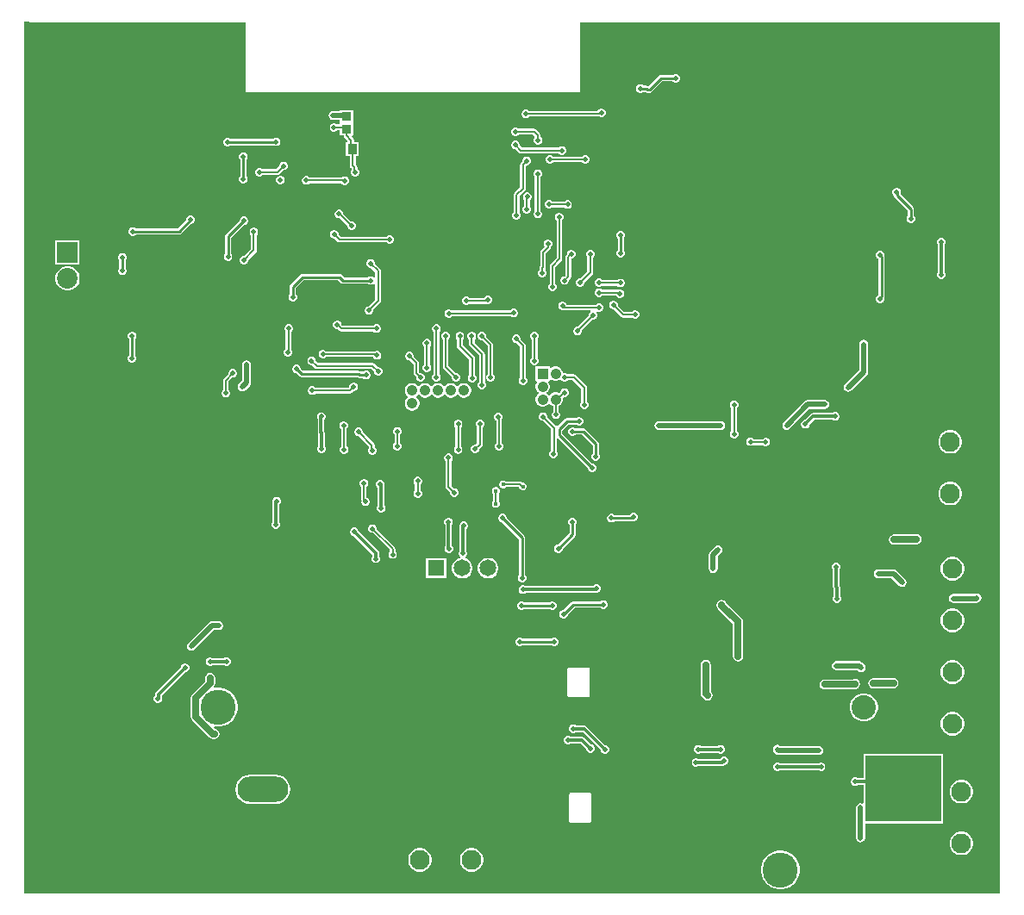
<source format=gbl>
G04*
G04 #@! TF.GenerationSoftware,Altium Limited,Altium Designer,21.3.2 (30)*
G04*
G04 Layer_Physical_Order=2*
G04 Layer_Color=16711680*
%FSLAX25Y25*%
%MOIN*%
G70*
G04*
G04 #@! TF.SameCoordinates,C802B3A6-08BF-4FCB-9CCF-05BD449E4A77*
G04*
G04*
G04 #@! TF.FilePolarity,Positive*
G04*
G01*
G75*
%ADD10C,0.00787*%
%ADD16C,0.00600*%
%ADD18C,0.01000*%
%ADD34R,0.03543X0.03937*%
%ADD38R,0.03740X0.03347*%
%ADD164C,0.01200*%
%ADD169C,0.02500*%
%ADD170C,0.02000*%
%ADD173C,0.00800*%
%ADD174C,0.01201*%
%ADD175C,0.01181*%
%ADD176C,0.01968*%
%ADD178C,0.09409*%
%ADD179C,0.13583*%
%ADD180C,0.07677*%
%ADD181C,0.06496*%
%ADD182R,0.06496X0.06496*%
%ADD183O,0.08858X0.17717*%
%ADD184O,0.17717X0.08858*%
%ADD185O,0.19685X0.09843*%
%ADD186R,0.07972X0.07972*%
%ADD187C,0.07972*%
%ADD188R,0.04134X0.04134*%
%ADD189C,0.04134*%
%ADD190C,0.04213*%
%ADD191C,0.01900*%
%ADD192C,0.05000*%
%ADD193C,0.02362*%
%ADD194C,0.01968*%
%ADD195C,0.02000*%
%ADD196C,0.01575*%
%ADD197C,0.01500*%
%ADD198C,0.02756*%
%ADD199R,0.29370X0.25472*%
%ADD200C,0.00598*%
G36*
X2436Y337107D02*
X85897D01*
Y310133D01*
X215407D01*
Y337107D01*
X377741D01*
X377741Y333D01*
X404D01*
X404Y337407D01*
X2135D01*
X2436Y337107D01*
D02*
G37*
%LPC*%
G36*
X252572Y317286D02*
X251915D01*
X251308Y317035D01*
X251132Y316859D01*
X246508D01*
X246039Y316766D01*
X245642Y316501D01*
X241639Y312498D01*
X241611D01*
X241341Y312679D01*
X240873Y312772D01*
X239814D01*
X239466Y313120D01*
X238859Y313371D01*
X238202D01*
X237595Y313120D01*
X237131Y312655D01*
X236880Y312049D01*
Y311392D01*
X237131Y310785D01*
X237595Y310321D01*
X238202Y310069D01*
X238859D01*
X239466Y310321D01*
X239469Y310325D01*
X240408D01*
X240678Y310144D01*
X241146Y310051D01*
X242146D01*
X242615Y310144D01*
X243011Y310409D01*
X247014Y314412D01*
X251132D01*
X251308Y314236D01*
X251915Y313985D01*
X252572D01*
X253178Y314236D01*
X253643Y314701D01*
X253894Y315307D01*
Y315964D01*
X253643Y316571D01*
X253178Y317035D01*
X252572Y317286D01*
D02*
G37*
G36*
X223852Y303941D02*
X223195D01*
X222588Y303689D01*
X222124Y303225D01*
X221952Y302809D01*
X195529D01*
X195149Y303190D01*
X194542Y303441D01*
X193885D01*
X193278Y303190D01*
X192814Y302726D01*
X192563Y302119D01*
Y301462D01*
X192814Y300855D01*
X193278Y300391D01*
X193885Y300140D01*
X194542D01*
X195149Y300391D01*
X195529Y300772D01*
X222672D01*
X222809Y300799D01*
X223195Y300639D01*
X223852D01*
X224459Y300890D01*
X224923Y301355D01*
X225174Y301961D01*
Y302618D01*
X224923Y303225D01*
X224459Y303689D01*
X223852Y303941D01*
D02*
G37*
G36*
X127558Y303352D02*
X122418D01*
Y302914D01*
X119742D01*
X119079Y302782D01*
X118516Y302406D01*
X118141Y301844D01*
X118009Y301180D01*
X118141Y300517D01*
X118516Y299955D01*
X119079Y299579D01*
X119742Y299447D01*
X122418D01*
Y298734D01*
X122418Y298606D01*
Y298234D01*
X122051Y297786D01*
X121336D01*
X121058Y298064D01*
X120451Y298315D01*
X119794D01*
X119188Y298064D01*
X118723Y297599D01*
X118472Y296993D01*
Y296336D01*
X118723Y295729D01*
X119188Y295265D01*
X119794Y295013D01*
X120451D01*
X121058Y295265D01*
X121336Y295543D01*
X122418D01*
Y293488D01*
X123387D01*
X123866Y293445D01*
X123952Y293016D01*
X124195Y292652D01*
X125373Y291474D01*
X125166Y290974D01*
X124781D01*
Y285637D01*
X126304D01*
Y281791D01*
X126304Y281791D01*
X126390Y281362D01*
X126633Y280998D01*
X126890Y280741D01*
Y280238D01*
X126828Y280176D01*
X126577Y279570D01*
Y278913D01*
X126828Y278306D01*
X127293Y277842D01*
X127900Y277590D01*
X128556D01*
X129163Y277842D01*
X129627Y278306D01*
X129879Y278913D01*
Y279570D01*
X129627Y280176D01*
X129163Y280641D01*
X129139Y280651D01*
Y281200D01*
X129139Y281200D01*
X129053Y281629D01*
X128810Y281993D01*
X128810Y281993D01*
X128547Y282256D01*
Y285637D01*
X129725D01*
Y290974D01*
X127872D01*
Y291683D01*
X127872Y291683D01*
X127787Y292112D01*
X127544Y292476D01*
X127543Y292476D01*
X126994Y293026D01*
X127185Y293488D01*
X127558D01*
Y298106D01*
X127558Y298234D01*
Y298606D01*
X127558Y298734D01*
Y303352D01*
D02*
G37*
G36*
X98120Y292712D02*
X97463D01*
X96856Y292461D01*
X96533Y292138D01*
X84475D01*
X84366Y292159D01*
X84257Y292138D01*
X80137D01*
X79983Y292292D01*
X79376Y292544D01*
X78720D01*
X78113Y292292D01*
X77648Y291828D01*
X77397Y291221D01*
Y290564D01*
X77648Y289958D01*
X78113Y289493D01*
X78720Y289242D01*
X79376D01*
X79983Y289493D01*
X80181Y289691D01*
X96828D01*
X96856Y289662D01*
X97463Y289411D01*
X98120D01*
X98726Y289662D01*
X99191Y290127D01*
X99442Y290733D01*
Y291390D01*
X99191Y291997D01*
X98726Y292461D01*
X98120Y292712D01*
D02*
G37*
G36*
X190685Y296639D02*
X190029D01*
X189422Y296388D01*
X188957Y295924D01*
X188706Y295317D01*
Y294660D01*
X188957Y294054D01*
X189422Y293589D01*
X190029Y293338D01*
X190685D01*
X191292Y293589D01*
X191570Y293867D01*
X197011D01*
X197762Y293116D01*
Y292528D01*
X197694Y292460D01*
X197443Y291854D01*
Y291197D01*
X197694Y290590D01*
X198159Y290126D01*
X198766Y289875D01*
X199422D01*
X200029Y290126D01*
X200493Y290590D01*
X200745Y291197D01*
Y291854D01*
X200493Y292460D01*
X200029Y292925D01*
X200005Y292935D01*
Y293581D01*
X200005Y293581D01*
X199920Y294010D01*
X199677Y294374D01*
X199676Y294374D01*
X198269Y295782D01*
X197905Y296025D01*
X197476Y296110D01*
X197476Y296110D01*
X191570D01*
X191292Y296388D01*
X190685Y296639D01*
D02*
G37*
G36*
Y291411D02*
X190029D01*
X189422Y291160D01*
X188957Y290696D01*
X188706Y290089D01*
Y289432D01*
X188957Y288825D01*
X189422Y288361D01*
X190029Y288110D01*
X190421D01*
X191620Y286912D01*
X191620Y286912D01*
X191984Y286668D01*
X192413Y286583D01*
X192413Y286583D01*
X207048D01*
X207326Y286305D01*
X207933Y286054D01*
X208590D01*
X209196Y286305D01*
X209661Y286770D01*
X209912Y287376D01*
Y288033D01*
X209661Y288640D01*
X209196Y289104D01*
X208590Y289355D01*
X207933D01*
X207326Y289104D01*
X207048Y288826D01*
X192877D01*
X192008Y289696D01*
Y290089D01*
X191756Y290696D01*
X191292Y291160D01*
X190685Y291411D01*
D02*
G37*
G36*
X217645Y285903D02*
X216989D01*
X216382Y285651D01*
X216104Y285373D01*
X204846D01*
X204568Y285651D01*
X203962Y285903D01*
X203305D01*
X202698Y285651D01*
X202234Y285187D01*
X201982Y284580D01*
Y283924D01*
X202234Y283317D01*
X202698Y282852D01*
X203305Y282601D01*
X203962D01*
X204568Y282852D01*
X204846Y283130D01*
X216104D01*
X216382Y282852D01*
X216989Y282601D01*
X217645D01*
X218252Y282852D01*
X218716Y283317D01*
X218968Y283924D01*
Y284580D01*
X218716Y285187D01*
X218252Y285651D01*
X217645Y285903D01*
D02*
G37*
G36*
X100990Y283383D02*
X100333D01*
X99727Y283131D01*
X99262Y282667D01*
X99011Y282060D01*
Y281658D01*
X97760Y280407D01*
X92458D01*
X92174Y280691D01*
X91567Y280942D01*
X90911D01*
X90304Y280691D01*
X89840Y280227D01*
X89588Y279620D01*
Y278963D01*
X89840Y278357D01*
X90304Y277892D01*
X90911Y277641D01*
X91567D01*
X92174Y277892D01*
X92458Y278176D01*
X98221D01*
X98221Y278176D01*
X98648Y278261D01*
X99010Y278503D01*
X100588Y280081D01*
X100990D01*
X101597Y280332D01*
X102061Y280797D01*
X102313Y281403D01*
Y282060D01*
X102061Y282667D01*
X101597Y283131D01*
X100990Y283383D01*
D02*
G37*
G36*
X85441Y287043D02*
X84784D01*
X84178Y286791D01*
X83713Y286327D01*
X83462Y285720D01*
Y285064D01*
X83713Y284457D01*
X83889Y284281D01*
Y277636D01*
X83713Y277460D01*
X83462Y276854D01*
Y276197D01*
X83713Y275590D01*
X84178Y275126D01*
X84784Y274874D01*
X85441D01*
X86048Y275126D01*
X86512Y275590D01*
X86763Y276197D01*
Y276854D01*
X86512Y277460D01*
X86336Y277636D01*
Y284281D01*
X86512Y284457D01*
X86763Y285064D01*
Y285720D01*
X86512Y286327D01*
X86048Y286791D01*
X85441Y287043D01*
D02*
G37*
G36*
X99765Y277809D02*
X99108D01*
X98501Y277558D01*
X98037Y277094D01*
X97786Y276487D01*
Y275830D01*
X98037Y275223D01*
X98501Y274759D01*
X99108Y274508D01*
X99765D01*
X100372Y274759D01*
X100836Y275223D01*
X101087Y275830D01*
Y276487D01*
X100836Y277094D01*
X100372Y277558D01*
X99765Y277809D01*
D02*
G37*
G36*
X109771Y277768D02*
X109114D01*
X108507Y277517D01*
X108043Y277052D01*
X107791Y276446D01*
Y275789D01*
X108043Y275182D01*
X108507Y274718D01*
X109114Y274466D01*
X109771D01*
X110377Y274718D01*
X110614Y274954D01*
X122962D01*
X123281Y274634D01*
X123888Y274383D01*
X124545D01*
X125152Y274634D01*
X125616Y275099D01*
X125867Y275705D01*
Y276362D01*
X125616Y276969D01*
X125152Y277433D01*
X124545Y277685D01*
X123888D01*
X123281Y277433D01*
X123045Y277197D01*
X110697D01*
X110377Y277517D01*
X109771Y277768D01*
D02*
G37*
G36*
X203635Y268491D02*
X202978D01*
X202372Y268239D01*
X201907Y267775D01*
X201656Y267168D01*
Y266511D01*
X201907Y265905D01*
X202372Y265440D01*
X202978Y265189D01*
X203635D01*
X204242Y265440D01*
X204446Y265645D01*
X209269D01*
X209547Y265367D01*
X210154Y265115D01*
X210811D01*
X211417Y265367D01*
X211882Y265831D01*
X212133Y266438D01*
Y267094D01*
X211882Y267701D01*
X211417Y268166D01*
X210811Y268417D01*
X210154D01*
X209547Y268166D01*
X209269Y267888D01*
X204593D01*
X204242Y268239D01*
X203635Y268491D01*
D02*
G37*
G36*
X195172Y271442D02*
X194516D01*
X193909Y271191D01*
X193444Y270726D01*
X193193Y270120D01*
Y269463D01*
X193444Y268856D01*
X193641Y268659D01*
Y266164D01*
X193283Y265805D01*
X193031Y265198D01*
Y264542D01*
X193283Y263935D01*
X193747Y263470D01*
X194354Y263219D01*
X195010D01*
X195617Y263470D01*
X196081Y263935D01*
X196333Y264542D01*
Y265198D01*
X196081Y265805D01*
X195885Y266002D01*
Y268497D01*
X196243Y268856D01*
X196495Y269463D01*
Y270120D01*
X196243Y270726D01*
X195779Y271191D01*
X195172Y271442D01*
D02*
G37*
G36*
X199208Y280327D02*
X198551D01*
X197944Y280076D01*
X197480Y279611D01*
X197228Y279005D01*
Y278348D01*
X197480Y277741D01*
X197758Y277463D01*
Y264299D01*
X197480Y264021D01*
X197228Y263415D01*
Y262758D01*
X197480Y262151D01*
X197944Y261687D01*
X198551Y261436D01*
X199208D01*
X199814Y261687D01*
X200279Y262151D01*
X200530Y262758D01*
Y263415D01*
X200279Y264021D01*
X200001Y264299D01*
Y277463D01*
X200279Y277741D01*
X200530Y278348D01*
Y279005D01*
X200279Y279611D01*
X199814Y280076D01*
X199208Y280327D01*
D02*
G37*
G36*
X194969Y285366D02*
X194312D01*
X193706Y285114D01*
X193241Y284650D01*
X192990Y284043D01*
Y283505D01*
X192400Y282915D01*
X192157Y282551D01*
X192071Y282122D01*
X192072Y282122D01*
Y273426D01*
X189902Y271256D01*
X189659Y270893D01*
X189574Y270463D01*
X189574Y270463D01*
Y263830D01*
X189296Y263552D01*
X189044Y262946D01*
Y262289D01*
X189296Y261682D01*
X189760Y261218D01*
X190367Y260966D01*
X191024D01*
X191630Y261218D01*
X192095Y261682D01*
X192346Y262289D01*
Y262946D01*
X192095Y263552D01*
X191817Y263830D01*
Y269999D01*
X193986Y272168D01*
X193986Y272168D01*
X194229Y272532D01*
X194315Y272961D01*
X194315Y272961D01*
Y281657D01*
X194721Y282064D01*
X194969D01*
X195576Y282315D01*
X196040Y282780D01*
X196291Y283386D01*
Y284043D01*
X196040Y284650D01*
X195576Y285114D01*
X194969Y285366D01*
D02*
G37*
G36*
X338067Y273262D02*
X337410D01*
X336803Y273011D01*
X336339Y272547D01*
X336087Y271940D01*
Y271283D01*
X336339Y270676D01*
X336677Y270338D01*
Y270309D01*
X336770Y269841D01*
X337035Y269444D01*
X341949Y264531D01*
Y262410D01*
X341773Y262234D01*
X341521Y261628D01*
Y260971D01*
X341773Y260364D01*
X342237Y259900D01*
X342844Y259648D01*
X343500D01*
X344107Y259900D01*
X344571Y260364D01*
X344823Y260971D01*
Y261628D01*
X344571Y262234D01*
X344395Y262410D01*
Y265038D01*
X344302Y265506D01*
X344037Y265903D01*
X339175Y270765D01*
X339389Y271283D01*
Y271940D01*
X339138Y272547D01*
X338673Y273011D01*
X338067Y273262D01*
D02*
G37*
G36*
X64981Y262487D02*
X64324D01*
X63718Y262235D01*
X63253Y261771D01*
X63002Y261164D01*
Y260915D01*
X59672Y257586D01*
X43474D01*
X43297Y257762D01*
X42691Y258013D01*
X42034D01*
X41427Y257762D01*
X40963Y257297D01*
X40712Y256690D01*
Y256034D01*
X40963Y255427D01*
X41427Y254962D01*
X42034Y254711D01*
X42691D01*
X43297Y254962D01*
X43474Y255138D01*
X60179D01*
X60647Y255232D01*
X61044Y255497D01*
X64732Y259185D01*
X64981D01*
X65588Y259436D01*
X66052Y259901D01*
X66303Y260507D01*
Y261164D01*
X66052Y261771D01*
X65588Y262235D01*
X64981Y262487D01*
D02*
G37*
G36*
X122415Y264737D02*
X121759D01*
X121152Y264486D01*
X120688Y264021D01*
X120436Y263415D01*
Y262758D01*
X120688Y262151D01*
X121152Y261687D01*
X121759Y261436D01*
X122313D01*
X125373Y258376D01*
Y258144D01*
X125624Y257537D01*
X126089Y257073D01*
X126695Y256821D01*
X127352D01*
X127959Y257073D01*
X128423Y257537D01*
X128674Y258144D01*
Y258801D01*
X128423Y259407D01*
X127959Y259872D01*
X127352Y260123D01*
X126798D01*
X123738Y263183D01*
Y263415D01*
X123487Y264021D01*
X123022Y264486D01*
X122415Y264737D01*
D02*
G37*
G36*
X120485Y256912D02*
X119828D01*
X119222Y256661D01*
X118757Y256197D01*
X118506Y255590D01*
Y254933D01*
X118757Y254327D01*
X119222Y253862D01*
X119828Y253611D01*
X120221D01*
X121390Y252443D01*
X121390Y252443D01*
X121754Y252199D01*
X122183Y252114D01*
X122183Y252114D01*
X140510D01*
X140787Y251836D01*
X141394Y251585D01*
X142051D01*
X142658Y251836D01*
X143122Y252301D01*
X143373Y252907D01*
Y253564D01*
X143122Y254171D01*
X142658Y254635D01*
X142051Y254886D01*
X141394D01*
X140787Y254635D01*
X140510Y254357D01*
X122647D01*
X121808Y255197D01*
Y255590D01*
X121556Y256197D01*
X121092Y256661D01*
X120485Y256912D01*
D02*
G37*
G36*
X231354Y256476D02*
X230697D01*
X230090Y256225D01*
X229626Y255761D01*
X229375Y255154D01*
Y254497D01*
X229626Y253890D01*
X229802Y253714D01*
Y249151D01*
X229626Y248975D01*
X229375Y248368D01*
Y247711D01*
X229626Y247105D01*
X230090Y246640D01*
X230697Y246389D01*
X231354D01*
X231960Y246640D01*
X232425Y247105D01*
X232676Y247711D01*
Y248368D01*
X232425Y248975D01*
X232249Y249151D01*
Y253714D01*
X232425Y253890D01*
X232676Y254497D01*
Y255154D01*
X232425Y255761D01*
X231960Y256225D01*
X231354Y256476D01*
D02*
G37*
G36*
X85609Y262113D02*
X84952D01*
X84345Y261862D01*
X83881Y261398D01*
X83629Y260791D01*
Y260676D01*
X78283Y255330D01*
X78018Y254934D01*
X77925Y254465D01*
Y247800D01*
X77749Y247624D01*
X77498Y247018D01*
Y246361D01*
X77749Y245754D01*
X78213Y245290D01*
X78820Y245038D01*
X79477D01*
X80084Y245290D01*
X80548Y245754D01*
X80799Y246361D01*
Y247018D01*
X80548Y247624D01*
X80372Y247800D01*
Y253959D01*
X85225Y258812D01*
X85609D01*
X86215Y259063D01*
X86680Y259527D01*
X86931Y260134D01*
Y260791D01*
X86680Y261398D01*
X86215Y261862D01*
X85609Y262113D01*
D02*
G37*
G36*
X89457Y257932D02*
X88800D01*
X88193Y257681D01*
X87729Y257217D01*
X87478Y256610D01*
Y255953D01*
X87729Y255347D01*
X88013Y255062D01*
Y249600D01*
X85354Y246940D01*
X84952D01*
X84345Y246689D01*
X83881Y246225D01*
X83629Y245618D01*
Y244961D01*
X83881Y244355D01*
X84345Y243890D01*
X84952Y243639D01*
X85609D01*
X86215Y243890D01*
X86680Y244355D01*
X86931Y244961D01*
Y245363D01*
X89917Y248349D01*
X89917Y248349D01*
X90159Y248711D01*
X90244Y249138D01*
X90244Y249138D01*
Y255062D01*
X90528Y255347D01*
X90779Y255953D01*
Y256610D01*
X90528Y257217D01*
X90064Y257681D01*
X89457Y257932D01*
D02*
G37*
G36*
X21796Y252846D02*
X12423D01*
Y243474D01*
X21796D01*
Y252846D01*
D02*
G37*
G36*
X38597Y248007D02*
X37940D01*
X37333Y247756D01*
X36869Y247291D01*
X36618Y246685D01*
Y246028D01*
X36869Y245421D01*
X37087Y245203D01*
Y242149D01*
X36952Y242015D01*
X36701Y241409D01*
Y240752D01*
X36952Y240145D01*
X37417Y239681D01*
X38024Y239429D01*
X38680D01*
X39287Y239681D01*
X39751Y240145D01*
X40003Y240752D01*
Y241409D01*
X39751Y242015D01*
X39534Y242233D01*
Y245287D01*
X39668Y245421D01*
X39919Y246028D01*
Y246685D01*
X39668Y247291D01*
X39204Y247756D01*
X38597Y248007D01*
D02*
G37*
G36*
X203187Y253302D02*
X202530D01*
X201924Y253051D01*
X201459Y252587D01*
X201208Y251980D01*
Y251323D01*
X201459Y250716D01*
X201625Y250551D01*
X200765Y249692D01*
X200765Y249692D01*
X200765Y249692D01*
X200199Y249126D01*
X199956Y248762D01*
X199871Y248333D01*
X199871Y248333D01*
Y243129D01*
X199681Y242846D01*
X199596Y242417D01*
X199596Y242416D01*
Y241354D01*
X199318Y241076D01*
X199067Y240470D01*
Y239813D01*
X199318Y239206D01*
X199783Y238742D01*
X200389Y238491D01*
X201046D01*
X201653Y238742D01*
X202117Y239206D01*
X202368Y239813D01*
Y240470D01*
X202117Y241076D01*
X201839Y241354D01*
Y241979D01*
X202029Y242262D01*
X202114Y242691D01*
X202114Y242691D01*
Y247868D01*
X202351Y248105D01*
X202351Y248105D01*
X203652Y249406D01*
X203652Y249406D01*
X203895Y249770D01*
X203980Y250199D01*
Y250438D01*
X204258Y250716D01*
X204509Y251323D01*
Y251980D01*
X204258Y252587D01*
X203794Y253051D01*
X203187Y253302D01*
D02*
G37*
G36*
X134617Y245688D02*
X133960D01*
X133353Y245436D01*
X132889Y244972D01*
X132638Y244365D01*
Y243708D01*
X132889Y243102D01*
X133353Y242637D01*
X133960Y242386D01*
X134362D01*
X136049Y240699D01*
Y238670D01*
X135549Y238474D01*
X135223Y238800D01*
X134617Y239051D01*
X133960D01*
X133353Y238800D01*
X133177Y238624D01*
X124080D01*
X123162Y239542D01*
X122765Y239807D01*
X122297Y239900D01*
X107944D01*
X107476Y239807D01*
X107079Y239542D01*
X103296Y235759D01*
X103030Y235362D01*
X102937Y234894D01*
Y232124D01*
X102761Y231948D01*
X102510Y231341D01*
Y230684D01*
X102761Y230078D01*
X103226Y229613D01*
X103832Y229362D01*
X104489D01*
X105096Y229613D01*
X105560Y230078D01*
X105812Y230684D01*
Y231341D01*
X105560Y231948D01*
X105384Y232124D01*
Y234387D01*
X108451Y237453D01*
X121790D01*
X122708Y236535D01*
X123105Y236270D01*
X123573Y236177D01*
X133177D01*
X133353Y236001D01*
X133960Y235749D01*
X134617D01*
X135223Y236001D01*
X135549Y236326D01*
X136049Y236130D01*
Y230005D01*
X133442Y227398D01*
X133341D01*
X132735Y227146D01*
X132270Y226682D01*
X132019Y226075D01*
Y225418D01*
X132270Y224812D01*
X132735Y224347D01*
X133341Y224096D01*
X133998D01*
X134605Y224347D01*
X135069Y224812D01*
X135320Y225418D01*
Y226075D01*
X135307Y226108D01*
X137953Y228754D01*
X137953Y228754D01*
X138195Y229116D01*
X138280Y229543D01*
X138280Y229543D01*
Y241161D01*
X138280Y241161D01*
X138195Y241587D01*
X137953Y241949D01*
X135939Y243963D01*
Y244365D01*
X135688Y244972D01*
X135223Y245436D01*
X134617Y245688D01*
D02*
G37*
G36*
X355231Y253856D02*
X354574D01*
X353967Y253605D01*
X353503Y253140D01*
X353252Y252534D01*
Y251877D01*
X353503Y251270D01*
X353650Y251123D01*
Y240628D01*
X353630Y240608D01*
X353379Y240001D01*
Y239345D01*
X353630Y238738D01*
X354094Y238274D01*
X354701Y238022D01*
X355358D01*
X355964Y238274D01*
X356429Y238738D01*
X356680Y239345D01*
Y240001D01*
X356429Y240608D01*
X356282Y240755D01*
Y251250D01*
X356302Y251270D01*
X356553Y251877D01*
Y252534D01*
X356302Y253140D01*
X355837Y253605D01*
X355231Y253856D01*
D02*
G37*
G36*
X212148Y249198D02*
X211492D01*
X210885Y248946D01*
X210421Y248482D01*
X210169Y247875D01*
Y247473D01*
X209922Y247226D01*
X209680Y246864D01*
X209595Y246438D01*
X209595Y246438D01*
Y239205D01*
X209441Y239051D01*
X209039D01*
X208432Y238800D01*
X207968Y238335D01*
X207716Y237729D01*
Y237072D01*
X207968Y236465D01*
X208432Y236001D01*
X209039Y235749D01*
X209696D01*
X210302Y236001D01*
X210767Y236465D01*
X211018Y237072D01*
Y237474D01*
X211499Y237955D01*
X211741Y238317D01*
X211826Y238743D01*
X211826Y238743D01*
Y245896D01*
X212148D01*
X212755Y246148D01*
X213220Y246612D01*
X213471Y247219D01*
Y247875D01*
X213220Y248482D01*
X212755Y248946D01*
X212148Y249198D01*
D02*
G37*
G36*
X219558Y249206D02*
X218901D01*
X218295Y248955D01*
X217830Y248490D01*
X217579Y247883D01*
Y247227D01*
X217830Y246620D01*
X218107Y246344D01*
Y240896D01*
X215387Y238176D01*
X214985D01*
X214378Y237925D01*
X213914Y237460D01*
X213662Y236854D01*
Y236197D01*
X213914Y235590D01*
X214378Y235126D01*
X214985Y234875D01*
X215641D01*
X216248Y235126D01*
X216713Y235590D01*
X216964Y236197D01*
Y236599D01*
X220010Y239645D01*
X220010Y239645D01*
X220252Y240007D01*
X220337Y240434D01*
X220337Y240434D01*
Y246328D01*
X220629Y246620D01*
X220880Y247227D01*
Y247883D01*
X220629Y248490D01*
X220165Y248955D01*
X219558Y249206D01*
D02*
G37*
G36*
X222917Y238176D02*
X222260D01*
X221653Y237925D01*
X221189Y237460D01*
X220937Y236854D01*
Y236197D01*
X221189Y235590D01*
X221653Y235126D01*
X222260Y234875D01*
X222917D01*
X223523Y235126D01*
X223747Y235350D01*
X229762D01*
X230094Y235018D01*
X230700Y234766D01*
X231357D01*
X231964Y235018D01*
X232428Y235482D01*
X232680Y236089D01*
Y236746D01*
X232428Y237352D01*
X231964Y237817D01*
X231357Y238068D01*
X230700D01*
X230094Y237817D01*
X229870Y237593D01*
X223855D01*
X223523Y237925D01*
X222917Y238176D01*
D02*
G37*
G36*
X17726Y242846D02*
X16492D01*
X15301Y242527D01*
X14232Y241910D01*
X13360Y241038D01*
X12743Y239969D01*
X12423Y238777D01*
Y237543D01*
X12743Y236351D01*
X13360Y235283D01*
X14232Y234410D01*
X15301Y233793D01*
X16492Y233474D01*
X17726D01*
X18918Y233793D01*
X19987Y234410D01*
X20859Y235283D01*
X21476Y236351D01*
X21796Y237543D01*
Y238777D01*
X21476Y239969D01*
X20859Y241038D01*
X19987Y241910D01*
X18918Y242527D01*
X17726Y242846D01*
D02*
G37*
G36*
X207519Y263509D02*
X206862D01*
X206256Y263258D01*
X205791Y262793D01*
X205540Y262187D01*
Y261530D01*
X205791Y260923D01*
X206203Y260512D01*
Y246214D01*
X203818Y243829D01*
X203575Y243465D01*
X203489Y243036D01*
X203489Y243036D01*
Y236267D01*
X203211Y235989D01*
X202960Y235383D01*
Y234726D01*
X203211Y234119D01*
X203676Y233655D01*
X204283Y233403D01*
X204939D01*
X205546Y233655D01*
X206011Y234119D01*
X206262Y234726D01*
Y235383D01*
X206011Y235989D01*
X205732Y236267D01*
Y242571D01*
X208118Y244956D01*
X208361Y245320D01*
X208446Y245749D01*
X208446Y245749D01*
Y260779D01*
X208590Y260923D01*
X208841Y261530D01*
Y262187D01*
X208590Y262793D01*
X208126Y263258D01*
X207519Y263509D01*
D02*
G37*
G36*
X180023Y231552D02*
X179367D01*
X178760Y231301D01*
X178296Y230837D01*
X178193Y230589D01*
X172580D01*
X172295Y230873D01*
X171689Y231125D01*
X171032D01*
X170425Y230873D01*
X169961Y230409D01*
X169710Y229802D01*
Y229146D01*
X169961Y228539D01*
X170425Y228075D01*
X171032Y227823D01*
X171689D01*
X172295Y228075D01*
X172580Y228359D01*
X178966D01*
X178966Y228359D01*
X179060Y228378D01*
X179367Y228251D01*
X180023D01*
X180630Y228502D01*
X181095Y228966D01*
X181346Y229573D01*
Y230230D01*
X181095Y230837D01*
X180630Y231301D01*
X180023Y231552D01*
D02*
G37*
G36*
X222917Y234331D02*
X222260D01*
X221653Y234080D01*
X221189Y233616D01*
X220937Y233009D01*
Y232352D01*
X221189Y231746D01*
X221653Y231281D01*
X222260Y231030D01*
X222917D01*
X223523Y231281D01*
X223801Y231559D01*
X229243D01*
X229388Y231209D01*
X229853Y230745D01*
X230459Y230493D01*
X231116D01*
X231723Y230745D01*
X232187Y231209D01*
X232438Y231816D01*
Y232473D01*
X232187Y233079D01*
X231723Y233544D01*
X231116Y233795D01*
X230459D01*
X230307Y233732D01*
X229954Y233802D01*
X229953Y233802D01*
X223801D01*
X223523Y234080D01*
X222917Y234331D01*
D02*
G37*
G36*
X331609Y248936D02*
X330952D01*
X330345Y248685D01*
X329881Y248221D01*
X329630Y247614D01*
Y246957D01*
X329881Y246350D01*
X330345Y245886D01*
X330682Y245747D01*
Y231773D01*
X330345Y231634D01*
X329881Y231170D01*
X329630Y230563D01*
Y229906D01*
X329881Y229299D01*
X330345Y228835D01*
X330952Y228584D01*
X331609D01*
X332216Y228835D01*
X332680Y229299D01*
X332931Y229906D01*
Y230478D01*
X333036Y230635D01*
X333129Y231103D01*
Y246417D01*
X333036Y246885D01*
X332931Y247042D01*
Y247614D01*
X332680Y248221D01*
X332216Y248685D01*
X331609Y248936D01*
D02*
G37*
G36*
X189968Y226417D02*
X189311D01*
X188704Y226166D01*
X188364Y225825D01*
X165639D01*
X165424Y226040D01*
X164817Y226292D01*
X164160D01*
X163553Y226040D01*
X163089Y225576D01*
X162838Y224969D01*
Y224313D01*
X163089Y223706D01*
X163553Y223241D01*
X164160Y222990D01*
X164817D01*
X165424Y223241D01*
X165764Y223582D01*
X188489D01*
X188704Y223366D01*
X189311Y223115D01*
X189968D01*
X190574Y223366D01*
X191039Y223831D01*
X191290Y224438D01*
Y225094D01*
X191039Y225701D01*
X190574Y226166D01*
X189968Y226417D01*
D02*
G37*
G36*
X208842Y229214D02*
X208185D01*
X207579Y228962D01*
X207114Y228498D01*
X206863Y227891D01*
Y227235D01*
X207114Y226628D01*
X207579Y226164D01*
X208185Y225912D01*
X208842D01*
X208935Y225951D01*
X209005Y225904D01*
X209434Y225819D01*
X219292D01*
X219392Y225319D01*
X219321Y225290D01*
X218857Y224826D01*
X218606Y224219D01*
Y223637D01*
X214397Y219428D01*
X213904D01*
X213297Y219177D01*
X212833Y218713D01*
X212581Y218106D01*
Y217449D01*
X212833Y216843D01*
X213297Y216378D01*
X213904Y216127D01*
X214561D01*
X215167Y216378D01*
X215632Y216843D01*
X215883Y217449D01*
Y218031D01*
X220092Y222240D01*
X220585D01*
X221192Y222491D01*
X221656Y222955D01*
X221907Y223562D01*
Y224219D01*
X221656Y224826D01*
X221518Y224964D01*
X221649Y225540D01*
X221674Y225533D01*
X222260Y225290D01*
X222917D01*
X223523Y225541D01*
X223988Y226005D01*
X224239Y226612D01*
Y227269D01*
X223988Y227876D01*
X223523Y228340D01*
X222917Y228591D01*
X222260D01*
X221653Y228340D01*
X221375Y228062D01*
X210094D01*
X209913Y228498D01*
X209449Y228962D01*
X208842Y229214D01*
D02*
G37*
G36*
X228502Y229472D02*
X227845D01*
X227238Y229220D01*
X226774Y228756D01*
X226523Y228149D01*
Y227492D01*
X226774Y226886D01*
X227238Y226421D01*
X227845Y226170D01*
X228197D01*
X231024Y223343D01*
X231024Y223343D01*
X231388Y223100D01*
X231817Y223015D01*
X235286D01*
X235564Y222737D01*
X236171Y222486D01*
X236827D01*
X237434Y222737D01*
X237898Y223201D01*
X238150Y223808D01*
Y224465D01*
X237898Y225072D01*
X237434Y225536D01*
X236827Y225787D01*
X236171D01*
X235564Y225536D01*
X235286Y225258D01*
X232282D01*
X229824Y227715D01*
Y228149D01*
X229573Y228756D01*
X229109Y229220D01*
X228502Y229472D01*
D02*
G37*
G36*
X121760Y221932D02*
X121103D01*
X120496Y221681D01*
X120032Y221217D01*
X119781Y220610D01*
Y219953D01*
X120032Y219346D01*
X120496Y218882D01*
X121103Y218631D01*
X121604D01*
X122199Y218035D01*
X122561Y217794D01*
X122988Y217709D01*
X123424D01*
X123574Y217679D01*
X123574Y217679D01*
X135318D01*
X135602Y217395D01*
X136209Y217143D01*
X136866D01*
X137473Y217395D01*
X137937Y217859D01*
X138188Y218466D01*
Y219123D01*
X137937Y219729D01*
X137473Y220194D01*
X136866Y220445D01*
X136209D01*
X135602Y220194D01*
X135318Y219909D01*
X123695D01*
X123545Y219939D01*
X123545Y219939D01*
X123450D01*
X123082Y220306D01*
Y220610D01*
X122831Y221217D01*
X122367Y221681D01*
X121760Y221932D01*
D02*
G37*
G36*
X102982Y220445D02*
X102325D01*
X101718Y220194D01*
X101254Y219729D01*
X101003Y219123D01*
Y218466D01*
X101254Y217859D01*
X101400Y217713D01*
Y210909D01*
X100977Y210486D01*
X100725Y209879D01*
Y209222D01*
X100977Y208615D01*
X101441Y208151D01*
X102048Y207900D01*
X102705D01*
X103311Y208151D01*
X103776Y208615D01*
X104027Y209222D01*
Y209879D01*
X103776Y210486D01*
X103630Y210631D01*
Y217436D01*
X104053Y217859D01*
X104304Y218466D01*
Y219123D01*
X104053Y219729D01*
X103588Y220194D01*
X102982Y220445D01*
D02*
G37*
G36*
X116186Y210594D02*
X115530D01*
X114923Y210343D01*
X114458Y209878D01*
X114207Y209272D01*
Y208615D01*
X114458Y208008D01*
X114923Y207544D01*
X115530Y207293D01*
X116186D01*
X116793Y207544D01*
X117077Y207828D01*
X135260D01*
X135394Y207505D01*
X135859Y207041D01*
X136466Y206789D01*
X137122D01*
X137729Y207041D01*
X138193Y207505D01*
X138445Y208112D01*
Y208768D01*
X138193Y209375D01*
X137729Y209839D01*
X137122Y210091D01*
X136466D01*
X136258Y210005D01*
X135989Y210059D01*
X135989Y210059D01*
X117077D01*
X116793Y210343D01*
X116186Y210594D01*
D02*
G37*
G36*
X42442Y217600D02*
X41785D01*
X41179Y217348D01*
X40714Y216884D01*
X40463Y216277D01*
Y215620D01*
X40714Y215014D01*
X40845Y214883D01*
Y208458D01*
X40623Y208237D01*
X40372Y207630D01*
Y206973D01*
X40623Y206366D01*
X41087Y205902D01*
X41694Y205651D01*
X42351D01*
X42957Y205902D01*
X43422Y206366D01*
X43673Y206973D01*
Y207630D01*
X43422Y208237D01*
X43292Y208367D01*
Y214792D01*
X43513Y215014D01*
X43765Y215620D01*
Y216277D01*
X43513Y216884D01*
X43049Y217348D01*
X42442Y217600D01*
D02*
G37*
G36*
X198051Y217454D02*
X197394D01*
X196788Y217202D01*
X196323Y216738D01*
X196072Y216131D01*
Y215474D01*
X196323Y214868D01*
X196601Y214590D01*
Y207593D01*
X196323Y207315D01*
X196072Y206709D01*
Y206052D01*
X196323Y205445D01*
X196788Y204981D01*
X197394Y204730D01*
X198051D01*
X198658Y204981D01*
X199122Y205445D01*
X199373Y206052D01*
Y206709D01*
X199122Y207315D01*
X198844Y207593D01*
Y214590D01*
X199122Y214868D01*
X199373Y215474D01*
Y216131D01*
X199122Y216738D01*
X198658Y217202D01*
X198051Y217454D01*
D02*
G37*
G36*
X206189Y204107D02*
X205460D01*
X204756Y203919D01*
X204125Y203554D01*
X204091Y203520D01*
X203591Y203727D01*
Y204107D01*
X198057D01*
Y198573D01*
X198437D01*
X198644Y198073D01*
X198610Y198039D01*
X198246Y197408D01*
X198057Y196704D01*
Y195976D01*
X198246Y195272D01*
X198610Y194641D01*
X199126Y194126D01*
X199188Y194090D01*
Y193590D01*
X199126Y193554D01*
X198610Y193039D01*
X198246Y192408D01*
X198057Y191704D01*
Y190976D01*
X198246Y190272D01*
X198610Y189641D01*
X199126Y189126D01*
X199756Y188762D01*
X200460Y188573D01*
X201189D01*
X201892Y188762D01*
X202523Y189126D01*
X203039Y189641D01*
X203074Y189703D01*
X203574D01*
X203610Y189641D01*
X204125Y189126D01*
X204756Y188762D01*
X204805Y188749D01*
Y186516D01*
X204630Y186340D01*
X204379Y185734D01*
Y185077D01*
X204630Y184470D01*
X205094Y184006D01*
X205701Y183755D01*
X206358D01*
X206964Y184006D01*
X207429Y184470D01*
X207680Y185077D01*
Y185734D01*
X207429Y186340D01*
X207049Y186721D01*
Y188852D01*
X207523Y189126D01*
X208038Y189641D01*
X208403Y190272D01*
X208591Y190976D01*
Y191704D01*
X208516Y191987D01*
X208912Y192384D01*
X208936Y192374D01*
X209593D01*
X210200Y192625D01*
X210664Y193090D01*
X210915Y193696D01*
Y194353D01*
X210664Y194960D01*
X210200Y195424D01*
X209593Y195676D01*
X208936D01*
X208330Y195424D01*
X207865Y194960D01*
X207614Y194353D01*
Y194258D01*
X207135Y193779D01*
X206892Y193919D01*
X206189Y194107D01*
X205460D01*
X204756Y193919D01*
X204125Y193554D01*
X203610Y193039D01*
X203574Y192977D01*
X203074D01*
X203039Y193039D01*
X202523Y193554D01*
X202461Y193590D01*
Y194090D01*
X202523Y194126D01*
X203039Y194641D01*
X203403Y195272D01*
X203591Y195976D01*
Y196704D01*
X203403Y197408D01*
X203039Y198039D01*
X203004Y198073D01*
X203211Y198573D01*
X203591D01*
Y198953D01*
X204091Y199160D01*
X204125Y199126D01*
X204756Y198762D01*
X205460Y198573D01*
X206189D01*
X206892Y198762D01*
X207341Y199021D01*
X207700Y199049D01*
X208016Y198911D01*
X208330Y198598D01*
X208936Y198347D01*
X209593D01*
X210200Y198598D01*
X210484Y198882D01*
X212381D01*
X215773Y195490D01*
Y190601D01*
X215489Y190317D01*
X215237Y189710D01*
Y189053D01*
X215489Y188447D01*
X215953Y187982D01*
X216560Y187731D01*
X217217D01*
X217823Y187982D01*
X218288Y188447D01*
X218539Y189053D01*
Y189710D01*
X218288Y190317D01*
X218003Y190601D01*
Y195952D01*
X218004Y195952D01*
X217919Y196379D01*
X217677Y196741D01*
X213632Y200786D01*
X213270Y201028D01*
X212843Y201113D01*
X212843Y201113D01*
X210484D01*
X210200Y201397D01*
X209593Y201648D01*
X208936D01*
X208509Y202012D01*
X208403Y202408D01*
X208038Y203039D01*
X207523Y203554D01*
X206892Y203919D01*
X206189Y204107D01*
D02*
G37*
G36*
X156439Y214782D02*
X155782D01*
X155176Y214531D01*
X154711Y214066D01*
X154460Y213460D01*
Y212803D01*
X154711Y212196D01*
X154996Y211912D01*
Y204835D01*
X154711Y204550D01*
X154460Y203943D01*
Y203287D01*
X154711Y202680D01*
X155176Y202216D01*
X155782Y201964D01*
X156439D01*
X157046Y202216D01*
X157510Y202680D01*
X157762Y203287D01*
Y203943D01*
X157510Y204550D01*
X157226Y204835D01*
Y211912D01*
X157510Y212196D01*
X157762Y212803D01*
Y213460D01*
X157510Y214066D01*
X157046Y214531D01*
X156439Y214782D01*
D02*
G37*
G36*
X111796Y208031D02*
X111139D01*
X110532Y207780D01*
X110068Y207315D01*
X109817Y206709D01*
Y206052D01*
X110068Y205445D01*
X110532Y204981D01*
X111139Y204730D01*
X111541D01*
X112771Y203500D01*
X112771Y203500D01*
X113133Y203258D01*
X113559Y203174D01*
X134643D01*
X135546Y202271D01*
Y201869D01*
X135797Y201262D01*
X136262Y200798D01*
X136868Y200546D01*
X137525D01*
X138132Y200798D01*
X138596Y201262D01*
X138848Y201869D01*
Y202525D01*
X138596Y203132D01*
X138132Y203597D01*
X137525Y203848D01*
X137123D01*
X135894Y205077D01*
X135532Y205319D01*
X135105Y205404D01*
X135105Y205404D01*
X114021D01*
X113118Y206307D01*
Y206709D01*
X112867Y207315D01*
X112403Y207780D01*
X111796Y208031D01*
D02*
G37*
G36*
X106022Y204772D02*
X105365D01*
X104759Y204521D01*
X104294Y204056D01*
X104043Y203450D01*
Y202793D01*
X104294Y202186D01*
X104759Y201722D01*
X105365Y201470D01*
X105614D01*
X106704Y200381D01*
X107101Y200115D01*
X107569Y200022D01*
X129021D01*
X129408Y199764D01*
X129876Y199671D01*
X131363D01*
X131664Y199370D01*
X132271Y199118D01*
X132928D01*
X133535Y199370D01*
X133999Y199834D01*
X134250Y200441D01*
Y201097D01*
X133999Y201704D01*
X133535Y202168D01*
X132928Y202420D01*
X132271D01*
X131664Y202168D01*
X131613Y202117D01*
X130380D01*
X129993Y202376D01*
X129525Y202469D01*
X108076D01*
X107344Y203201D01*
Y203450D01*
X107093Y204056D01*
X106629Y204521D01*
X106022Y204772D01*
D02*
G37*
G36*
X177641Y217555D02*
X176985D01*
X176378Y217304D01*
X175914Y216839D01*
X175662Y216232D01*
Y215576D01*
X175914Y214969D01*
X176378Y214505D01*
X176985Y214253D01*
X177522D01*
X179678Y212097D01*
Y201312D01*
X179298Y200933D01*
X179047Y200326D01*
Y199669D01*
X179298Y199062D01*
X179763Y198598D01*
X180369Y198347D01*
X181026D01*
X181633Y198598D01*
X182097Y199062D01*
X182349Y199669D01*
Y200326D01*
X182097Y200933D01*
X181717Y201312D01*
Y212519D01*
X181640Y212910D01*
X181419Y213240D01*
X178964Y215695D01*
Y216232D01*
X178712Y216839D01*
X178248Y217304D01*
X177641Y217555D01*
D02*
G37*
G36*
X163622Y217454D02*
X162965D01*
X162359Y217202D01*
X161894Y216738D01*
X161643Y216131D01*
Y215474D01*
X161894Y214868D01*
X162179Y214583D01*
Y203983D01*
X162179Y203983D01*
X162263Y203556D01*
X162505Y203195D01*
X165629Y200071D01*
Y199669D01*
X165880Y199062D01*
X166344Y198598D01*
X166951Y198347D01*
X167608D01*
X168215Y198598D01*
X168679Y199062D01*
X168930Y199669D01*
Y200326D01*
X168679Y200933D01*
X168215Y201397D01*
X167608Y201648D01*
X167206D01*
X164409Y204445D01*
Y214583D01*
X164693Y214868D01*
X164945Y215474D01*
Y216131D01*
X164693Y216738D01*
X164229Y217202D01*
X163622Y217454D01*
D02*
G37*
G36*
X160066Y220445D02*
X159409D01*
X158802Y220194D01*
X158338Y219729D01*
X158086Y219123D01*
Y218466D01*
X158338Y217859D01*
X158622Y217575D01*
Y201217D01*
X158338Y200933D01*
X158086Y200326D01*
Y199669D01*
X158338Y199062D01*
X158802Y198598D01*
X159409Y198347D01*
X160066D01*
X160672Y198598D01*
X161137Y199062D01*
X161388Y199669D01*
Y200326D01*
X161137Y200933D01*
X160852Y201217D01*
Y217575D01*
X161137Y217859D01*
X161388Y218466D01*
Y219123D01*
X161137Y219729D01*
X160672Y220194D01*
X160066Y220445D01*
D02*
G37*
G36*
X149610Y209777D02*
X148954D01*
X148347Y209526D01*
X147883Y209061D01*
X147631Y208455D01*
Y207798D01*
X147883Y207191D01*
X148347Y206727D01*
X148954Y206475D01*
X149356D01*
X150847Y204984D01*
Y201545D01*
X150847Y201545D01*
X150932Y201118D01*
X151174Y200756D01*
X151859Y200071D01*
Y199669D01*
X152110Y199062D01*
X152575Y198598D01*
X153182Y198347D01*
X153838D01*
X154445Y198598D01*
X154909Y199062D01*
X155161Y199669D01*
Y200326D01*
X154909Y200933D01*
X154445Y201397D01*
X153838Y201648D01*
X153436D01*
X153077Y202007D01*
Y205446D01*
X153077Y205446D01*
X152993Y205873D01*
X152751Y206235D01*
X150933Y208053D01*
Y208455D01*
X150682Y209061D01*
X150217Y209526D01*
X149610Y209777D01*
D02*
G37*
G36*
X169142Y217555D02*
X168485D01*
X167878Y217304D01*
X167414Y216839D01*
X167163Y216232D01*
Y215576D01*
X167414Y214969D01*
X167698Y214685D01*
Y212044D01*
X167698Y212044D01*
X167783Y211617D01*
X168025Y211255D01*
X172418Y206863D01*
Y200916D01*
X172133Y200631D01*
X171882Y200025D01*
Y199368D01*
X172133Y198761D01*
X172598Y198297D01*
X173204Y198046D01*
X173861D01*
X174468Y198297D01*
X174932Y198761D01*
X175184Y199368D01*
Y200025D01*
X174932Y200631D01*
X174648Y200916D01*
Y207325D01*
X174563Y207751D01*
X174321Y208113D01*
X174321Y208113D01*
X169929Y212506D01*
Y214685D01*
X170213Y214969D01*
X170464Y215576D01*
Y216232D01*
X170213Y216839D01*
X169749Y217304D01*
X169142Y217555D01*
D02*
G37*
G36*
X191024Y216416D02*
X190367D01*
X189760Y216164D01*
X189296Y215700D01*
X189044Y215093D01*
Y214436D01*
X189296Y213830D01*
X189760Y213365D01*
X190367Y213114D01*
X190760D01*
X192072Y211802D01*
Y199904D01*
X191794Y199627D01*
X191542Y199020D01*
Y198363D01*
X191794Y197756D01*
X192258Y197292D01*
X192865Y197041D01*
X193521D01*
X194128Y197292D01*
X194593Y197756D01*
X194844Y198363D01*
Y199020D01*
X194593Y199627D01*
X194315Y199904D01*
Y212267D01*
X194315Y212267D01*
X194229Y212696D01*
X193986Y213060D01*
X193986Y213060D01*
X192346Y214700D01*
Y215093D01*
X192095Y215700D01*
X191630Y216164D01*
X191024Y216416D01*
D02*
G37*
G36*
X170727Y197678D02*
X169988D01*
X169275Y197486D01*
X168635Y197117D01*
X168156Y196638D01*
X167882Y196587D01*
X167833D01*
X167560Y196638D01*
X167081Y197117D01*
X166441Y197486D01*
X165727Y197678D01*
X164988D01*
X164275Y197486D01*
X163635Y197117D01*
X163156Y196638D01*
X162882Y196587D01*
X162833D01*
X162560Y196638D01*
X162081Y197117D01*
X161441Y197486D01*
X160727Y197678D01*
X159988D01*
X159275Y197486D01*
X158635Y197117D01*
X158156Y196638D01*
X157882Y196587D01*
X157833D01*
X157560Y196638D01*
X157081Y197117D01*
X156441Y197486D01*
X155727Y197678D01*
X154988D01*
X154275Y197486D01*
X153635Y197117D01*
X153156Y196638D01*
X152882Y196587D01*
X152833D01*
X152560Y196638D01*
X152081Y197117D01*
X151441Y197486D01*
X150727Y197678D01*
X149988D01*
X149275Y197486D01*
X148635Y197117D01*
X148112Y196595D01*
X147743Y195955D01*
X147552Y195241D01*
Y194502D01*
X147743Y193788D01*
X148112Y193148D01*
X148591Y192669D01*
X148642Y192396D01*
Y192347D01*
X148591Y192074D01*
X148112Y191595D01*
X147743Y190955D01*
X147552Y190241D01*
Y189502D01*
X147743Y188788D01*
X148112Y188148D01*
X148635Y187626D01*
X149275Y187256D01*
X149988Y187065D01*
X150727D01*
X151441Y187256D01*
X152081Y187626D01*
X152603Y188148D01*
X152973Y188788D01*
X153164Y189502D01*
Y190241D01*
X152973Y190955D01*
X152603Y191595D01*
X152124Y192074D01*
X152073Y192347D01*
Y192396D01*
X152124Y192669D01*
X152560Y193105D01*
X152833Y193156D01*
X152882D01*
X153156Y193105D01*
X153635Y192626D01*
X154275Y192256D01*
X154988Y192065D01*
X155727D01*
X156441Y192256D01*
X157081Y192626D01*
X157560Y193105D01*
X157833Y193156D01*
X157882D01*
X158156Y193105D01*
X158635Y192626D01*
X159275Y192256D01*
X159988Y192065D01*
X160727D01*
X161441Y192256D01*
X162081Y192626D01*
X162560Y193105D01*
X162833Y193156D01*
X162882D01*
X163156Y193105D01*
X163635Y192626D01*
X164275Y192256D01*
X164988Y192065D01*
X165727D01*
X166441Y192256D01*
X167081Y192626D01*
X167560Y193105D01*
X167833Y193156D01*
X167882D01*
X168156Y193105D01*
X168635Y192626D01*
X169275Y192256D01*
X169988Y192065D01*
X170727D01*
X171441Y192256D01*
X172081Y192626D01*
X172603Y193148D01*
X172973Y193788D01*
X173164Y194502D01*
Y195241D01*
X172973Y195955D01*
X172603Y196595D01*
X172081Y197117D01*
X171441Y197486D01*
X170727Y197678D01*
D02*
G37*
G36*
X128085Y197847D02*
X127428D01*
X126821Y197596D01*
X126357Y197131D01*
X126106Y196525D01*
Y196123D01*
X125868Y195884D01*
X112913D01*
X112629Y196169D01*
X112022Y196420D01*
X111365D01*
X110758Y196169D01*
X110294Y195704D01*
X110043Y195098D01*
Y194441D01*
X110294Y193834D01*
X110758Y193370D01*
X111365Y193119D01*
X112022D01*
X112629Y193370D01*
X112913Y193654D01*
X126329D01*
X126330Y193654D01*
X126756Y193739D01*
X127118Y193981D01*
X127683Y194545D01*
X128085D01*
X128692Y194797D01*
X129156Y195261D01*
X129407Y195868D01*
Y196525D01*
X129156Y197131D01*
X128692Y197596D01*
X128085Y197847D01*
D02*
G37*
G36*
X173744Y217555D02*
X173088D01*
X172481Y217304D01*
X172017Y216839D01*
X171765Y216232D01*
Y215576D01*
X172017Y214969D01*
X172295Y214691D01*
Y212851D01*
X172295Y212851D01*
X172380Y212422D01*
X172623Y212058D01*
X176242Y208439D01*
Y198223D01*
X175964Y197945D01*
X175713Y197338D01*
Y196682D01*
X175964Y196075D01*
X176429Y195610D01*
X177035Y195359D01*
X177692D01*
X178299Y195610D01*
X178763Y196075D01*
X179015Y196682D01*
Y197338D01*
X178763Y197945D01*
X178485Y198223D01*
Y208903D01*
X178485Y208903D01*
X178400Y209332D01*
X178157Y209696D01*
X178157Y209696D01*
X174538Y213316D01*
Y214691D01*
X174816Y214969D01*
X175067Y215576D01*
Y216232D01*
X174816Y216839D01*
X174351Y217304D01*
X173744Y217555D01*
D02*
G37*
G36*
X86284Y206476D02*
X85627Y206345D01*
X85070Y205973D01*
X84698Y205416D01*
X84567Y204759D01*
Y198540D01*
X83438Y197411D01*
X83066Y196854D01*
X82935Y196197D01*
X83066Y195540D01*
X83438Y194983D01*
X83995Y194610D01*
X84652Y194480D01*
X85309Y194610D01*
X85867Y194983D01*
X87498Y196615D01*
X87871Y197172D01*
X88001Y197829D01*
Y204759D01*
X87871Y205416D01*
X87498Y205973D01*
X86941Y206345D01*
X86284Y206476D01*
D02*
G37*
G36*
X324931Y214448D02*
X324267Y214316D01*
X323705Y213940D01*
X323329Y213378D01*
X323197Y212714D01*
Y202719D01*
X317731Y197252D01*
X317355Y196690D01*
X317224Y196027D01*
X317355Y195363D01*
X317731Y194801D01*
X318293Y194425D01*
X318957Y194293D01*
X319620Y194425D01*
X320182Y194801D01*
X326156Y200775D01*
X326532Y201337D01*
X326664Y202001D01*
Y212714D01*
X326532Y213378D01*
X326156Y213940D01*
X325594Y214316D01*
X324931Y214448D01*
D02*
G37*
G36*
X81292Y203101D02*
X80636D01*
X80029Y202850D01*
X79564Y202386D01*
X79313Y201779D01*
Y201242D01*
X77485Y199414D01*
X77264Y199083D01*
X77186Y198693D01*
Y195073D01*
X76806Y194693D01*
X76555Y194086D01*
Y193429D01*
X76806Y192823D01*
X77271Y192358D01*
X77878Y192107D01*
X78534D01*
X79141Y192358D01*
X79606Y192823D01*
X79857Y193429D01*
Y194086D01*
X79606Y194693D01*
X79226Y195073D01*
Y198270D01*
X80755Y199800D01*
X81292D01*
X81899Y200051D01*
X82363Y200516D01*
X82615Y201122D01*
Y201779D01*
X82363Y202386D01*
X81899Y202850D01*
X81292Y203101D01*
D02*
G37*
G36*
X314219Y186413D02*
X313562D01*
X312955Y186162D01*
X312882Y186088D01*
X305390D01*
X304882Y185987D01*
X304452Y185700D01*
X302203Y183451D01*
X302099D01*
X301492Y183200D01*
X301028Y182735D01*
X300777Y182129D01*
Y181472D01*
X301028Y180865D01*
X301492Y180401D01*
X302099Y180149D01*
X302756D01*
X303363Y180401D01*
X303827Y180865D01*
X304078Y181472D01*
Y181576D01*
X305939Y183437D01*
X312882D01*
X312955Y183363D01*
X313562Y183112D01*
X314219D01*
X314826Y183363D01*
X315290Y183827D01*
X315541Y184434D01*
Y185091D01*
X315290Y185698D01*
X314826Y186162D01*
X314219Y186413D01*
D02*
G37*
G36*
X201258Y186380D02*
X200601D01*
X199994Y186129D01*
X199530Y185664D01*
X199279Y185057D01*
Y184401D01*
X199530Y183794D01*
X199994Y183330D01*
X200601Y183078D01*
X200916D01*
X204087Y179907D01*
Y171732D01*
X203647Y171292D01*
X203396Y170685D01*
Y170028D01*
X203647Y169422D01*
X204112Y168957D01*
X204719Y168706D01*
X205375D01*
X205982Y168957D01*
X206446Y169422D01*
X206698Y170028D01*
Y170685D01*
X206446Y171292D01*
X206318Y171420D01*
Y176088D01*
X206818Y176295D01*
X218314Y164799D01*
Y164550D01*
X218565Y163944D01*
X219029Y163479D01*
X219636Y163228D01*
X220293D01*
X220899Y163479D01*
X221364Y163944D01*
X221615Y164550D01*
Y165207D01*
X221364Y165814D01*
X220899Y166278D01*
X220293Y166530D01*
X220044D01*
X208458Y178115D01*
Y179385D01*
X210768Y181695D01*
X213728D01*
X213904Y181519D01*
X214511Y181268D01*
X215167D01*
X215774Y181519D01*
X216239Y181984D01*
X216490Y182591D01*
Y183247D01*
X216239Y183854D01*
X215774Y184318D01*
X215167Y184570D01*
X214511D01*
X213904Y184318D01*
X213728Y184142D01*
X210262D01*
X209793Y184049D01*
X209397Y183784D01*
X206655Y181042D01*
X206020Y181115D01*
X205991Y181158D01*
X205991Y181158D01*
X202580Y184568D01*
Y185057D01*
X202329Y185664D01*
X201865Y186129D01*
X201258Y186380D01*
D02*
G37*
G36*
X309894Y191165D02*
X303331D01*
X302668Y191034D01*
X302106Y190658D01*
X293995Y182548D01*
X293620Y181985D01*
X293488Y181322D01*
X293620Y180659D01*
X293995Y180096D01*
X294558Y179721D01*
X295221Y179589D01*
X295884Y179721D01*
X296447Y180096D01*
X304049Y187699D01*
X309894D01*
X310557Y187831D01*
X311120Y188207D01*
X311495Y188769D01*
X311627Y189432D01*
X311495Y190095D01*
X311120Y190658D01*
X310557Y191034D01*
X309894Y191165D01*
D02*
G37*
G36*
X269719Y183055D02*
X245760D01*
X245097Y182923D01*
X244535Y182548D01*
X244159Y181985D01*
X244027Y181322D01*
X244159Y180659D01*
X244535Y180096D01*
X245097Y179721D01*
X245760Y179589D01*
X269719D01*
X270382Y179721D01*
X270945Y180096D01*
X271320Y180659D01*
X271452Y181322D01*
X271320Y181985D01*
X270945Y182548D01*
X270382Y182923D01*
X269719Y183055D01*
D02*
G37*
G36*
X275151Y191033D02*
X274495D01*
X273888Y190781D01*
X273424Y190317D01*
X273172Y189710D01*
Y189053D01*
X273424Y188447D01*
X273702Y188169D01*
Y179220D01*
X273424Y178942D01*
X273172Y178335D01*
Y177679D01*
X273424Y177072D01*
X273888Y176608D01*
X274495Y176356D01*
X275151D01*
X275758Y176608D01*
X276223Y177072D01*
X276474Y177679D01*
Y178335D01*
X276223Y178942D01*
X275945Y179220D01*
Y188169D01*
X276223Y188447D01*
X276474Y189053D01*
Y189710D01*
X276223Y190317D01*
X275758Y190781D01*
X275151Y191033D01*
D02*
G37*
G36*
X281520Y176713D02*
X280863D01*
X280256Y176461D01*
X279792Y175997D01*
X279541Y175390D01*
Y174733D01*
X279792Y174127D01*
X280256Y173662D01*
X280863Y173411D01*
X281520D01*
X282127Y173662D01*
X282194Y173730D01*
X285908D01*
X286186Y173452D01*
X286793Y173201D01*
X287450D01*
X288056Y173452D01*
X288521Y173916D01*
X288772Y174523D01*
Y175180D01*
X288521Y175787D01*
X288056Y176251D01*
X287450Y176502D01*
X286793D01*
X286186Y176251D01*
X285908Y175973D01*
X282601D01*
X282591Y175997D01*
X282127Y176461D01*
X281520Y176713D01*
D02*
G37*
G36*
X145011Y180672D02*
X144354D01*
X143747Y180420D01*
X143283Y179956D01*
X143032Y179349D01*
Y178693D01*
X143283Y178086D01*
X143564Y177804D01*
Y174696D01*
X143551Y174691D01*
X143086Y174226D01*
X142835Y173619D01*
Y172963D01*
X143086Y172356D01*
X143551Y171892D01*
X144157Y171640D01*
X144814D01*
X145421Y171892D01*
X145885Y172356D01*
X146136Y172963D01*
Y173619D01*
X145885Y174226D01*
X145604Y174508D01*
Y177616D01*
X145617Y177621D01*
X146082Y178086D01*
X146333Y178693D01*
Y179349D01*
X146082Y179956D01*
X145617Y180420D01*
X145011Y180672D01*
D02*
G37*
G36*
X184014Y186156D02*
X183357D01*
X182750Y185905D01*
X182286Y185441D01*
X182034Y184834D01*
Y184177D01*
X182286Y183570D01*
X182750Y183106D01*
X182819Y183078D01*
Y174329D01*
X182592Y174102D01*
X182340Y173495D01*
Y172838D01*
X182592Y172232D01*
X183056Y171767D01*
X183663Y171516D01*
X184319D01*
X184926Y171767D01*
X185390Y172232D01*
X185642Y172838D01*
Y173495D01*
X185390Y174102D01*
X184926Y174566D01*
X184858Y174595D01*
Y183343D01*
X185085Y183570D01*
X185336Y184177D01*
Y184834D01*
X185085Y185441D01*
X184620Y185905D01*
X184014Y186156D01*
D02*
G37*
G36*
X176884Y183516D02*
X176228D01*
X175621Y183265D01*
X175156Y182800D01*
X174905Y182194D01*
Y181537D01*
X175156Y180930D01*
X175441Y180646D01*
Y174473D01*
X174842Y173874D01*
X174440D01*
X173833Y173623D01*
X173369Y173158D01*
X173117Y172552D01*
Y171895D01*
X173369Y171288D01*
X173833Y170824D01*
X174440Y170572D01*
X175096D01*
X175703Y170824D01*
X176167Y171288D01*
X176419Y171895D01*
Y172297D01*
X177345Y173223D01*
X177345Y173223D01*
X177586Y173584D01*
X177671Y174011D01*
X177671Y174011D01*
Y180646D01*
X177955Y180930D01*
X178207Y181537D01*
Y182194D01*
X177955Y182800D01*
X177491Y183265D01*
X176884Y183516D01*
D02*
G37*
G36*
X115500Y186390D02*
X114843D01*
X114237Y186139D01*
X113772Y185674D01*
X113521Y185067D01*
Y184411D01*
X113772Y183804D01*
X113806Y183771D01*
Y178594D01*
X113901Y178112D01*
Y173232D01*
X113828Y173158D01*
X113576Y172552D01*
Y171895D01*
X113828Y171288D01*
X114292Y170824D01*
X114899Y170572D01*
X115555D01*
X116162Y170824D01*
X116627Y171288D01*
X116878Y171895D01*
Y172552D01*
X116627Y173158D01*
X116552Y173232D01*
Y178498D01*
X116457Y178980D01*
Y183689D01*
X116571Y183804D01*
X116823Y184411D01*
Y185067D01*
X116571Y185674D01*
X116107Y186139D01*
X115500Y186390D01*
D02*
G37*
G36*
X359023Y179503D02*
X357828D01*
X356674Y179194D01*
X355639Y178596D01*
X354794Y177751D01*
X354196Y176716D01*
X353887Y175562D01*
Y174367D01*
X354196Y173213D01*
X354794Y172178D01*
X355639Y171333D01*
X356674Y170735D01*
X357828Y170426D01*
X359023D01*
X360177Y170735D01*
X361212Y171333D01*
X362057Y172178D01*
X362655Y173213D01*
X362964Y174367D01*
Y175562D01*
X362655Y176716D01*
X362057Y177751D01*
X361212Y178596D01*
X360177Y179194D01*
X359023Y179503D01*
D02*
G37*
G36*
X124177Y182965D02*
X123520D01*
X122913Y182714D01*
X122449Y182249D01*
X122197Y181642D01*
Y180986D01*
X122449Y180379D01*
X122819Y180009D01*
Y173083D01*
X122720Y172984D01*
X122468Y172377D01*
Y171720D01*
X122720Y171114D01*
X123184Y170649D01*
X123791Y170398D01*
X124448D01*
X125054Y170649D01*
X125519Y171114D01*
X125770Y171720D01*
Y172377D01*
X125519Y172984D01*
X125062Y173441D01*
Y180193D01*
X125248Y180379D01*
X125499Y180986D01*
Y181642D01*
X125248Y182249D01*
X124783Y182714D01*
X124177Y182965D01*
D02*
G37*
G36*
X168467Y183516D02*
X167810D01*
X167204Y183265D01*
X166739Y182800D01*
X166488Y182194D01*
Y181537D01*
X166739Y180930D01*
X167017Y180652D01*
Y173017D01*
X166739Y172739D01*
X166488Y172132D01*
Y171475D01*
X166739Y170869D01*
X167204Y170404D01*
X167810Y170153D01*
X168467D01*
X169074Y170404D01*
X169538Y170869D01*
X169790Y171475D01*
Y172132D01*
X169538Y172739D01*
X169261Y173017D01*
Y180652D01*
X169538Y180930D01*
X169790Y181537D01*
Y182194D01*
X169538Y182800D01*
X169074Y183265D01*
X168467Y183516D01*
D02*
G37*
G36*
X129976Y180440D02*
X129319D01*
X128712Y180189D01*
X128248Y179725D01*
X127997Y179118D01*
Y178461D01*
X128248Y177854D01*
X128712Y177390D01*
X129319Y177139D01*
X129712D01*
X133636Y173215D01*
Y172609D01*
X133568Y172542D01*
X133317Y171935D01*
Y171279D01*
X133568Y170672D01*
X134033Y170208D01*
X134640Y169956D01*
X135296D01*
X135903Y170208D01*
X136367Y170672D01*
X136619Y171279D01*
Y171935D01*
X136367Y172542D01*
X135903Y173006D01*
X135879Y173016D01*
Y173680D01*
X135794Y174109D01*
X135550Y174473D01*
X135550Y174473D01*
X131298Y178725D01*
Y179118D01*
X131047Y179725D01*
X130583Y180189D01*
X129976Y180440D01*
D02*
G37*
G36*
X212767Y180591D02*
X212110D01*
X211504Y180340D01*
X211039Y179875D01*
X210788Y179268D01*
Y178612D01*
X211039Y178005D01*
X211504Y177541D01*
X212110Y177289D01*
X212767D01*
X213374Y177541D01*
X213570Y177737D01*
X216090D01*
X220157Y173670D01*
Y170496D01*
X219981Y170320D01*
X219730Y169713D01*
Y169057D01*
X219981Y168450D01*
X220446Y167986D01*
X221052Y167734D01*
X221709D01*
X222316Y167986D01*
X222780Y168450D01*
X223031Y169057D01*
Y169713D01*
X222780Y170320D01*
X222604Y170496D01*
Y174177D01*
X222511Y174645D01*
X222246Y175042D01*
X217462Y179825D01*
X217065Y180090D01*
X216597Y180184D01*
X213530D01*
X213374Y180340D01*
X212767Y180591D01*
D02*
G37*
G36*
X185848Y160045D02*
X185256D01*
X184709Y159819D01*
X184290Y159400D01*
X184064Y158853D01*
Y158261D01*
X184290Y157714D01*
X184709Y157296D01*
X185256Y157069D01*
X185848D01*
X186395Y157296D01*
X186541Y157442D01*
X191668D01*
X191709Y157401D01*
X191931Y156864D01*
X192350Y156445D01*
X192897Y156219D01*
X193489D01*
X194036Y156445D01*
X194455Y156864D01*
X194681Y157411D01*
Y158003D01*
X194455Y158550D01*
X194036Y158968D01*
X193489Y159195D01*
X193069D01*
X192918Y159346D01*
X192556Y159587D01*
X192130Y159672D01*
X192130Y159672D01*
X186541D01*
X186395Y159819D01*
X185848Y160045D01*
D02*
G37*
G36*
X164767Y170418D02*
X164110D01*
X163503Y170167D01*
X163039Y169703D01*
X162788Y169096D01*
Y168439D01*
X163039Y167832D01*
X163323Y167548D01*
Y157536D01*
X163323Y157536D01*
X163408Y157109D01*
X163650Y156747D01*
X164937Y155460D01*
Y155058D01*
X165188Y154452D01*
X165653Y153987D01*
X166259Y153736D01*
X166916D01*
X167523Y153987D01*
X167987Y154452D01*
X168238Y155058D01*
Y155715D01*
X167987Y156322D01*
X167523Y156786D01*
X166916Y157037D01*
X166514D01*
X165553Y157998D01*
Y167548D01*
X165838Y167832D01*
X166089Y168439D01*
Y169096D01*
X165838Y169703D01*
X165374Y170167D01*
X164767Y170418D01*
D02*
G37*
G36*
X152832Y161413D02*
X152175D01*
X151568Y161161D01*
X151104Y160697D01*
X150853Y160090D01*
Y159434D01*
X151104Y158827D01*
X151382Y158549D01*
Y156093D01*
X151104Y155815D01*
X150853Y155208D01*
Y154551D01*
X151104Y153945D01*
X151568Y153480D01*
X152175Y153229D01*
X152832D01*
X153439Y153480D01*
X153903Y153945D01*
X154154Y154551D01*
Y155208D01*
X153903Y155815D01*
X153625Y156093D01*
Y158549D01*
X153903Y158827D01*
X154154Y159434D01*
Y160090D01*
X153903Y160697D01*
X153439Y161161D01*
X152832Y161413D01*
D02*
G37*
G36*
X359023Y159503D02*
X357828D01*
X356674Y159194D01*
X355639Y158596D01*
X354794Y157751D01*
X354196Y156716D01*
X353887Y155562D01*
Y154367D01*
X354196Y153213D01*
X354794Y152178D01*
X355639Y151333D01*
X356674Y150735D01*
X357828Y150426D01*
X359023D01*
X360177Y150735D01*
X361212Y151333D01*
X362057Y152178D01*
X362655Y153213D01*
X362964Y154367D01*
Y155562D01*
X362655Y156716D01*
X362057Y157751D01*
X361212Y158596D01*
X360177Y159194D01*
X359023Y159503D01*
D02*
G37*
G36*
X132079Y160504D02*
X131422D01*
X130815Y160253D01*
X130351Y159788D01*
X130100Y159181D01*
Y158525D01*
X130351Y157918D01*
X130731Y157538D01*
Y152706D01*
X130808Y152316D01*
X130814Y152307D01*
X130715Y152068D01*
Y151411D01*
X130966Y150804D01*
X131430Y150340D01*
X132037Y150089D01*
X132694D01*
X133301Y150340D01*
X133765Y150804D01*
X134016Y151411D01*
Y152068D01*
X133765Y152674D01*
X133301Y153139D01*
X132770Y153359D01*
Y157538D01*
X133150Y157918D01*
X133401Y158525D01*
Y159181D01*
X133150Y159788D01*
X132685Y160253D01*
X132079Y160504D01*
D02*
G37*
G36*
X182977Y157448D02*
X182385D01*
X181838Y157221D01*
X181420Y156803D01*
X181193Y156256D01*
Y155664D01*
X181420Y155117D01*
X181560Y154977D01*
Y152010D01*
X181386Y151836D01*
X181159Y151289D01*
Y150697D01*
X181386Y150150D01*
X181804Y149731D01*
X182351Y149505D01*
X182943D01*
X183490Y149731D01*
X183909Y150150D01*
X184135Y150697D01*
Y151289D01*
X183909Y151836D01*
X183803Y151942D01*
Y154977D01*
X183943Y155117D01*
X184169Y155664D01*
Y156256D01*
X183943Y156803D01*
X183524Y157221D01*
X182977Y157448D01*
D02*
G37*
G36*
X138256Y160208D02*
X137599D01*
X136992Y159957D01*
X136528Y159492D01*
X136276Y158886D01*
Y158229D01*
X136528Y157622D01*
X136992Y157158D01*
X137107Y157110D01*
Y150343D01*
X137033Y150269D01*
X136782Y149662D01*
Y149005D01*
X137033Y148398D01*
X137498Y147934D01*
X138104Y147683D01*
X138761D01*
X139368Y147934D01*
X139832Y148398D01*
X140084Y149005D01*
Y149662D01*
X139832Y150269D01*
X139758Y150343D01*
Y157862D01*
X139657Y158370D01*
X139578Y158488D01*
Y158886D01*
X139327Y159492D01*
X138862Y159957D01*
X138256Y160208D01*
D02*
G37*
G36*
X236282Y147547D02*
X235625D01*
X235018Y147296D01*
X234554Y146832D01*
X234486Y146667D01*
X228548D01*
X228372Y146843D01*
X227765Y147094D01*
X227108D01*
X226501Y146843D01*
X226037Y146378D01*
X225786Y145772D01*
Y145115D01*
X226037Y144508D01*
X226501Y144044D01*
X227108Y143792D01*
X227765D01*
X228372Y144044D01*
X228548Y144220D01*
X235257D01*
X235548Y144278D01*
X235625Y144246D01*
X236282D01*
X236889Y144497D01*
X237353Y144961D01*
X237604Y145568D01*
Y146225D01*
X237353Y146832D01*
X236889Y147296D01*
X236282Y147547D01*
D02*
G37*
G36*
X98236Y153698D02*
X97579D01*
X96973Y153447D01*
X96508Y152982D01*
X96257Y152375D01*
Y151719D01*
X96349Y151496D01*
Y144052D01*
X96275Y143978D01*
X96024Y143371D01*
Y142714D01*
X96275Y142108D01*
X96740Y141643D01*
X97346Y141392D01*
X98003D01*
X98610Y141643D01*
X99074Y142108D01*
X99326Y142714D01*
Y143371D01*
X99074Y143978D01*
X99000Y144052D01*
Y150805D01*
X99307Y151112D01*
X99559Y151719D01*
Y152375D01*
X99307Y152982D01*
X98843Y153447D01*
X98236Y153698D01*
D02*
G37*
G36*
X345412Y139309D02*
X336989D01*
X336228Y139158D01*
X335583Y138727D01*
X335383Y138526D01*
X334951Y137881D01*
X334800Y137120D01*
X334951Y136360D01*
X335383Y135714D01*
X336028Y135284D01*
X336788Y135132D01*
X337549Y135284D01*
X337623Y135333D01*
X345412D01*
X346173Y135484D01*
X346818Y135915D01*
X347249Y136560D01*
X347400Y137321D01*
X347249Y138082D01*
X346818Y138727D01*
X346173Y139158D01*
X345412Y139309D01*
D02*
G37*
G36*
X212698Y145629D02*
X212041D01*
X211434Y145377D01*
X210970Y144913D01*
X210718Y144306D01*
Y143649D01*
X210970Y143043D01*
X211146Y142867D01*
Y139735D01*
X206777Y135366D01*
X206528D01*
X205921Y135115D01*
X205457Y134650D01*
X205206Y134043D01*
Y133387D01*
X205457Y132780D01*
X205921Y132316D01*
X206528Y132064D01*
X207185D01*
X207791Y132316D01*
X208256Y132780D01*
X208507Y133387D01*
Y133635D01*
X213234Y138363D01*
X213500Y138760D01*
X213593Y139228D01*
Y142867D01*
X213769Y143043D01*
X214020Y143649D01*
Y144306D01*
X213769Y144913D01*
X213304Y145377D01*
X212698Y145629D01*
D02*
G37*
G36*
X164767D02*
X164110D01*
X163503Y145377D01*
X163039Y144913D01*
X162788Y144306D01*
Y143649D01*
X163039Y143043D01*
X163138Y142944D01*
Y134699D01*
X163089Y134650D01*
X162838Y134043D01*
Y133387D01*
X163089Y132780D01*
X163553Y132316D01*
X164160Y132064D01*
X164817D01*
X165424Y132316D01*
X165888Y132780D01*
X166139Y133387D01*
Y134043D01*
X165888Y134650D01*
X165789Y134749D01*
Y142994D01*
X165838Y143043D01*
X166089Y143649D01*
Y144306D01*
X165838Y144913D01*
X165374Y145377D01*
X164767Y145629D01*
D02*
G37*
G36*
X135296Y143043D02*
X134640D01*
X134033Y142791D01*
X133568Y142327D01*
X133317Y141720D01*
Y141063D01*
X133568Y140457D01*
X134033Y139992D01*
X134640Y139741D01*
X135177D01*
X141785Y133133D01*
Y132706D01*
X141405Y132326D01*
X141154Y131719D01*
Y131063D01*
X141405Y130456D01*
X141869Y129991D01*
X142476Y129740D01*
X143133D01*
X143739Y129991D01*
X144204Y130456D01*
X144455Y131063D01*
Y131719D01*
X144204Y132326D01*
X143824Y132706D01*
Y133555D01*
X143746Y133946D01*
X143525Y134276D01*
X136619Y141183D01*
Y141720D01*
X136367Y142327D01*
X135903Y142791D01*
X135296Y143043D01*
D02*
G37*
G36*
X128328Y141768D02*
X127672D01*
X127065Y141517D01*
X126600Y141052D01*
X126349Y140446D01*
Y139789D01*
X126600Y139182D01*
X127065Y138718D01*
X127672Y138466D01*
X127776D01*
X134951Y131291D01*
Y130734D01*
X134877Y130660D01*
X134626Y130053D01*
Y129396D01*
X134877Y128790D01*
X135341Y128325D01*
X135948Y128074D01*
X136605D01*
X137212Y128325D01*
X137676Y128790D01*
X137927Y129396D01*
Y130053D01*
X137676Y130660D01*
X137602Y130734D01*
Y131841D01*
X137501Y132348D01*
X137214Y132778D01*
X129651Y140341D01*
Y140446D01*
X129399Y141052D01*
X128935Y141517D01*
X128328Y141768D01*
D02*
G37*
G36*
X268555Y134884D02*
X267892Y134752D01*
X267330Y134377D01*
X265561Y132607D01*
X265185Y132045D01*
X265053Y131381D01*
Y125835D01*
X265185Y125172D01*
X265561Y124610D01*
X266123Y124234D01*
X266786Y124102D01*
X267449Y124234D01*
X268012Y124610D01*
X268388Y125172D01*
X268519Y125835D01*
Y130664D01*
X269781Y131925D01*
X270157Y132488D01*
X270289Y133151D01*
X270157Y133814D01*
X269781Y134377D01*
X269219Y134752D01*
X268555Y134884D01*
D02*
G37*
G36*
X180257Y130020D02*
X179217D01*
X178213Y129751D01*
X177313Y129231D01*
X176578Y128496D01*
X176058Y127596D01*
X175789Y126592D01*
Y125552D01*
X176058Y124548D01*
X176578Y123648D01*
X177313Y122913D01*
X178213Y122393D01*
X179217Y122124D01*
X180257D01*
X181261Y122393D01*
X182161Y122913D01*
X182896Y123648D01*
X183416Y124548D01*
X183685Y125552D01*
Y126592D01*
X183416Y127596D01*
X182896Y128496D01*
X182161Y129231D01*
X181261Y129751D01*
X180257Y130020D01*
D02*
G37*
G36*
X170680Y144117D02*
X170023D01*
X169416Y143866D01*
X168952Y143402D01*
X168701Y142795D01*
Y142368D01*
X168680Y142338D01*
X168579Y141830D01*
Y132790D01*
X168505Y132716D01*
X168254Y132109D01*
Y131452D01*
X168505Y130845D01*
X168898Y130452D01*
X168876Y130116D01*
X168803Y129909D01*
X168213Y129751D01*
X167313Y129231D01*
X166578Y128496D01*
X166058Y127596D01*
X165789Y126592D01*
Y125552D01*
X166058Y124548D01*
X166578Y123648D01*
X167313Y122913D01*
X168213Y122393D01*
X169217Y122124D01*
X170257D01*
X171261Y122393D01*
X172161Y122913D01*
X172896Y123648D01*
X173416Y124548D01*
X173685Y125552D01*
Y126592D01*
X173416Y127596D01*
X172896Y128496D01*
X172161Y129231D01*
X171261Y129751D01*
X170875Y129855D01*
X170840Y130381D01*
X171304Y130845D01*
X171556Y131452D01*
Y132109D01*
X171304Y132716D01*
X171230Y132790D01*
Y141044D01*
X171287Y141067D01*
X171751Y141531D01*
X172002Y142138D01*
Y142795D01*
X171751Y143402D01*
X171287Y143866D01*
X170680Y144117D01*
D02*
G37*
G36*
X163685Y130020D02*
X155789D01*
Y122124D01*
X163685D01*
Y130020D01*
D02*
G37*
G36*
X359929Y130443D02*
X358734D01*
X357579Y130133D01*
X356544Y129536D01*
X355699Y128691D01*
X355102Y127656D01*
X354793Y126502D01*
Y125307D01*
X355102Y124152D01*
X355699Y123117D01*
X356544Y122272D01*
X357579Y121675D01*
X358734Y121365D01*
X359929D01*
X361083Y121675D01*
X362118Y122272D01*
X362963Y123117D01*
X363561Y124152D01*
X363870Y125307D01*
Y126502D01*
X363561Y127656D01*
X362963Y128691D01*
X362118Y129536D01*
X361083Y130133D01*
X359929Y130443D01*
D02*
G37*
G36*
X185531Y147094D02*
X184875D01*
X184268Y146843D01*
X183804Y146378D01*
X183552Y145772D01*
Y145115D01*
X183804Y144508D01*
X184268Y144044D01*
X184875Y143792D01*
X185124D01*
X191607Y137309D01*
Y123485D01*
X191431Y123310D01*
X191180Y122703D01*
Y122046D01*
X191431Y121439D01*
X191895Y120975D01*
X192502Y120724D01*
X193159D01*
X193765Y120975D01*
X194230Y121439D01*
X194481Y122046D01*
Y122703D01*
X194230Y123310D01*
X194054Y123485D01*
Y137816D01*
X193961Y138284D01*
X193696Y138681D01*
X186854Y145523D01*
Y145772D01*
X186603Y146378D01*
X186138Y146843D01*
X185531Y147094D01*
D02*
G37*
G36*
X221899Y119966D02*
X221242D01*
X220636Y119715D01*
X220171Y119251D01*
X220118Y119122D01*
X194202D01*
X194128Y119196D01*
X193521Y119448D01*
X192865D01*
X192258Y119196D01*
X191794Y118732D01*
X191542Y118125D01*
Y117469D01*
X191794Y116862D01*
X192258Y116397D01*
X192865Y116146D01*
X193521D01*
X194128Y116397D01*
X194202Y116471D01*
X220863D01*
X221370Y116572D01*
X221508Y116665D01*
X221899D01*
X222506Y116916D01*
X222970Y117381D01*
X223222Y117987D01*
Y118644D01*
X222970Y119251D01*
X222506Y119715D01*
X221899Y119966D01*
D02*
G37*
G36*
X336469Y125604D02*
X330633D01*
X329970Y125472D01*
X329408Y125096D01*
X329032Y124534D01*
X328900Y123871D01*
X329032Y123207D01*
X329408Y122645D01*
X329970Y122269D01*
X330633Y122137D01*
X335751D01*
X338601Y119287D01*
X339164Y118911D01*
X339827Y118779D01*
X340490Y118911D01*
X341053Y119287D01*
X341428Y119849D01*
X341560Y120512D01*
X341428Y121176D01*
X341053Y121738D01*
X337694Y125096D01*
X337132Y125472D01*
X336469Y125604D01*
D02*
G37*
G36*
X204861Y113273D02*
X204204D01*
X203597Y113022D01*
X203415Y112840D01*
X193779D01*
X193608Y113010D01*
X193002Y113261D01*
X192345D01*
X191738Y113010D01*
X191274Y112546D01*
X191023Y111939D01*
Y111282D01*
X191274Y110675D01*
X191738Y110211D01*
X192345Y109960D01*
X193002D01*
X193608Y110211D01*
X193790Y110393D01*
X203427D01*
X203597Y110223D01*
X204204Y109971D01*
X204861D01*
X205468Y110223D01*
X205932Y110687D01*
X206183Y111294D01*
Y111951D01*
X205932Y112557D01*
X205468Y113022D01*
X204861Y113273D01*
D02*
G37*
G36*
X314704Y128271D02*
X314047D01*
X313440Y128019D01*
X312976Y127555D01*
X312725Y126948D01*
Y126292D01*
X312976Y125685D01*
X313050Y125611D01*
Y118795D01*
X313151Y118288D01*
X313371Y117959D01*
Y115380D01*
X313297Y115306D01*
X313046Y114699D01*
Y114042D01*
X313297Y113436D01*
X313761Y112971D01*
X314368Y112720D01*
X315025D01*
X315631Y112971D01*
X316096Y113436D01*
X316347Y114042D01*
Y114699D01*
X316096Y115306D01*
X316022Y115380D01*
Y118474D01*
X315921Y118982D01*
X315701Y119311D01*
Y125611D01*
X315775Y125685D01*
X316026Y126292D01*
Y126948D01*
X315775Y127555D01*
X315311Y128019D01*
X314704Y128271D01*
D02*
G37*
G36*
X368749Y116339D02*
X368086Y116207D01*
X367933Y116104D01*
X359601D01*
X358938Y115972D01*
X358376Y115596D01*
X358000Y115034D01*
X357868Y114371D01*
X358000Y113707D01*
X358376Y113145D01*
X358938Y112769D01*
X359601Y112637D01*
X368515D01*
X369178Y112769D01*
X369740Y113145D01*
X369975Y113380D01*
X370351Y113942D01*
X370482Y114605D01*
X370351Y115269D01*
X369975Y115831D01*
X369412Y116207D01*
X368749Y116339D01*
D02*
G37*
G36*
X224668Y113659D02*
X224011D01*
X223405Y113408D01*
X223229Y113232D01*
X212714D01*
X212246Y113139D01*
X211849Y112873D01*
X208773Y109798D01*
X208524D01*
X207917Y109546D01*
X207453Y109082D01*
X207202Y108475D01*
Y107818D01*
X207453Y107212D01*
X207917Y106747D01*
X208524Y106496D01*
X209181D01*
X209787Y106747D01*
X210252Y107212D01*
X210503Y107818D01*
Y108067D01*
X213221Y110785D01*
X223229D01*
X223405Y110609D01*
X224011Y110357D01*
X224668D01*
X225275Y110609D01*
X225739Y111073D01*
X225991Y111680D01*
Y112337D01*
X225739Y112943D01*
X225275Y113408D01*
X224668Y113659D01*
D02*
G37*
G36*
X359929Y110443D02*
X358734D01*
X357579Y110133D01*
X356544Y109536D01*
X355699Y108691D01*
X355102Y107656D01*
X354793Y106502D01*
Y105307D01*
X355102Y104152D01*
X355699Y103117D01*
X356544Y102272D01*
X357579Y101675D01*
X358734Y101365D01*
X359929D01*
X361083Y101675D01*
X362118Y102272D01*
X362963Y103117D01*
X363561Y104152D01*
X363870Y105307D01*
Y106502D01*
X363561Y107656D01*
X362963Y108691D01*
X362118Y109536D01*
X361083Y110133D01*
X359929Y110443D01*
D02*
G37*
G36*
X205592Y99247D02*
X204935D01*
X204328Y98996D01*
X204152Y98820D01*
X193173D01*
X192997Y98996D01*
X192391Y99247D01*
X191734D01*
X191127Y98996D01*
X190663Y98532D01*
X190411Y97925D01*
Y97268D01*
X190663Y96662D01*
X191127Y96197D01*
X191734Y95946D01*
X192391D01*
X192997Y96197D01*
X193173Y96373D01*
X204152D01*
X204328Y96197D01*
X204935Y95946D01*
X205592D01*
X206198Y96197D01*
X206663Y96662D01*
X206914Y97268D01*
Y97925D01*
X206663Y98532D01*
X206198Y98996D01*
X205592Y99247D01*
D02*
G37*
G36*
X75483Y105553D02*
X73001D01*
X72338Y105421D01*
X71776Y105045D01*
X63781Y97051D01*
X63689Y96912D01*
X63565Y96789D01*
X63498Y96627D01*
X63406Y96489D01*
X63373Y96325D01*
X63306Y96164D01*
Y95989D01*
X63274Y95825D01*
X63306Y95662D01*
Y95487D01*
X63373Y95325D01*
X63406Y95162D01*
X63498Y95024D01*
X63565Y94862D01*
X63689Y94738D01*
X63781Y94600D01*
X63920Y94507D01*
X64044Y94384D01*
X64205Y94317D01*
X64344Y94224D01*
X64507Y94191D01*
X64669Y94125D01*
X64844D01*
X65007Y94092D01*
X65171Y94125D01*
X65345D01*
X65507Y94191D01*
X65670Y94224D01*
X65809Y94317D01*
X65970Y94384D01*
X66094Y94507D01*
X66233Y94600D01*
X73720Y102086D01*
X75483D01*
X75646Y102119D01*
X75821D01*
X75982Y102186D01*
X76146Y102218D01*
X76284Y102311D01*
X76446Y102378D01*
X76570Y102502D01*
X76708Y102594D01*
X76801Y102733D01*
X76925Y102856D01*
X76991Y103018D01*
X77084Y103156D01*
X77117Y103320D01*
X77183Y103481D01*
Y103656D01*
X77216Y103820D01*
X77183Y103983D01*
Y104158D01*
X77117Y104320D01*
X77084Y104483D01*
X76991Y104622D01*
X76925Y104783D01*
X76801Y104907D01*
X76708Y105045D01*
X76570Y105138D01*
X76446Y105262D01*
X76284Y105329D01*
X76146Y105421D01*
X75982Y105454D01*
X75821Y105521D01*
X75646D01*
X75483Y105553D01*
D02*
G37*
G36*
X78834Y91661D02*
X78177D01*
X77571Y91410D01*
X77421Y91261D01*
X73175D01*
X73101Y91335D01*
X72494Y91586D01*
X71837D01*
X71230Y91335D01*
X70766Y90870D01*
X70515Y90263D01*
Y89607D01*
X70766Y89000D01*
X71230Y88536D01*
X71837Y88284D01*
X72494D01*
X73101Y88536D01*
X73175Y88610D01*
X77574D01*
X78177Y88360D01*
X78834D01*
X79441Y88611D01*
X79905Y89075D01*
X80157Y89682D01*
Y90339D01*
X79905Y90946D01*
X79441Y91410D01*
X78834Y91661D01*
D02*
G37*
G36*
X270082Y113814D02*
X269321Y113662D01*
X268676Y113231D01*
X268245Y112586D01*
X268094Y111825D01*
Y111726D01*
X268245Y110965D01*
X268676Y110320D01*
X274397Y104599D01*
Y91947D01*
X274548Y91186D01*
X274979Y90541D01*
X275624Y90110D01*
X276385Y89959D01*
X277146Y90110D01*
X277791Y90541D01*
X278222Y91186D01*
X278373Y91947D01*
Y105423D01*
X278222Y106184D01*
X277791Y106829D01*
X271688Y112932D01*
X271488Y113231D01*
X270843Y113662D01*
X270082Y113814D01*
D02*
G37*
G36*
X323157Y90134D02*
X314375D01*
X313712Y90002D01*
X313150Y89627D01*
X312774Y89064D01*
X312642Y88401D01*
X312774Y87738D01*
X313150Y87175D01*
X313712Y86800D01*
X314375Y86668D01*
X322439D01*
X322692Y86415D01*
X323254Y86039D01*
X323918Y85907D01*
X324581Y86039D01*
X325143Y86415D01*
X325519Y86977D01*
X325651Y87640D01*
X325519Y88304D01*
X325143Y88866D01*
X324382Y89627D01*
X323820Y90002D01*
X323157Y90134D01*
D02*
G37*
G36*
X359929Y90443D02*
X358734D01*
X357579Y90133D01*
X356544Y89536D01*
X355699Y88691D01*
X355102Y87656D01*
X354793Y86502D01*
Y85307D01*
X355102Y84152D01*
X355699Y83117D01*
X356544Y82272D01*
X357579Y81675D01*
X358734Y81366D01*
X359929D01*
X361083Y81675D01*
X362118Y82272D01*
X362963Y83117D01*
X363561Y84152D01*
X363870Y85307D01*
Y86502D01*
X363561Y87656D01*
X362963Y88691D01*
X362118Y89536D01*
X361083Y90133D01*
X359929Y90443D01*
D02*
G37*
G36*
X336469Y83594D02*
X335929Y83487D01*
X328661D01*
X327901Y83336D01*
X327255Y82905D01*
X326824Y82260D01*
X326673Y81499D01*
X326824Y80738D01*
X327255Y80093D01*
X327901Y79662D01*
X328661Y79510D01*
X336361D01*
X337122Y79662D01*
X337767Y80093D01*
X337874Y80200D01*
X338305Y80845D01*
X338457Y81606D01*
X338305Y82367D01*
X337874Y83012D01*
X337229Y83443D01*
X336469Y83594D01*
D02*
G37*
G36*
X321621Y83331D02*
X320860Y83180D01*
X320683Y83062D01*
X309930D01*
X309169Y82910D01*
X308524Y82479D01*
X308093Y81834D01*
X307942Y81073D01*
X308093Y80313D01*
X308524Y79668D01*
X309169Y79237D01*
X309930Y79085D01*
X321351D01*
X322112Y79237D01*
X322757Y79668D01*
X323027Y79937D01*
X323458Y80582D01*
X323609Y81343D01*
X323458Y82104D01*
X323027Y82749D01*
X322382Y83180D01*
X321621Y83331D01*
D02*
G37*
G36*
X218299Y87709D02*
X210999D01*
X210726Y87655D01*
X210494Y87501D01*
X210340Y87269D01*
X210285Y86996D01*
Y76996D01*
X210340Y76723D01*
X210494Y76491D01*
X210726Y76336D01*
X210999Y76282D01*
X218299D01*
X218572Y76336D01*
X218804Y76491D01*
X218958Y76723D01*
X219013Y76996D01*
Y86996D01*
X218958Y87269D01*
X218804Y87501D01*
X218572Y87655D01*
X218299Y87709D01*
D02*
G37*
G36*
X263952Y90702D02*
X263191Y90550D01*
X262546Y90119D01*
X262115Y89474D01*
X261964Y88713D01*
Y77547D01*
X262115Y76786D01*
X262546Y76141D01*
X263189Y75499D01*
X263834Y75068D01*
X264595Y74916D01*
X265355Y75068D01*
X266000Y75499D01*
X266431Y76144D01*
X266583Y76905D01*
X266431Y77666D01*
X266000Y78311D01*
X265940Y78371D01*
Y88713D01*
X265789Y89474D01*
X265358Y90119D01*
X264713Y90550D01*
X263952Y90702D01*
D02*
G37*
G36*
X62812Y89223D02*
X62155D01*
X61549Y88971D01*
X61084Y88507D01*
X60833Y87900D01*
Y87796D01*
X51312Y78275D01*
X51025Y77845D01*
X50924Y77337D01*
Y76721D01*
X50716Y76513D01*
X50464Y75907D01*
Y75250D01*
X50716Y74643D01*
X51180Y74179D01*
X51787Y73928D01*
X52444D01*
X53050Y74179D01*
X53515Y74643D01*
X53766Y75250D01*
Y75907D01*
X53575Y76369D01*
Y76788D01*
X62708Y85921D01*
X62812D01*
X63419Y86172D01*
X63883Y86637D01*
X64135Y87243D01*
Y87900D01*
X63883Y88507D01*
X63419Y88971D01*
X62812Y89223D01*
D02*
G37*
G36*
X325778Y77736D02*
X324355D01*
X322980Y77368D01*
X321748Y76656D01*
X320742Y75650D01*
X320030Y74417D01*
X319662Y73043D01*
Y71619D01*
X320030Y70245D01*
X320742Y69012D01*
X321748Y68006D01*
X322980Y67295D01*
X324355Y66926D01*
X325778D01*
X327152Y67295D01*
X328385Y68006D01*
X329391Y69012D01*
X330103Y70245D01*
X330471Y71619D01*
Y73043D01*
X330103Y74417D01*
X329391Y75650D01*
X328385Y76656D01*
X327152Y77368D01*
X325778Y77736D01*
D02*
G37*
G36*
X72214Y85617D02*
X71453Y85466D01*
X70808Y85035D01*
X70377Y84390D01*
X70225Y83629D01*
Y82349D01*
X65234Y77358D01*
X64803Y76713D01*
X64652Y75952D01*
Y68710D01*
X64803Y67949D01*
X65234Y67304D01*
X71957Y60581D01*
X72602Y60150D01*
X73363Y59999D01*
X73858D01*
X74619Y60150D01*
X75264Y60581D01*
X75695Y61227D01*
X75846Y61987D01*
X75695Y62748D01*
X75264Y63393D01*
X74619Y63824D01*
X74268Y63894D01*
X73631Y64531D01*
X73877Y64992D01*
X74643Y64840D01*
X76119D01*
X77566Y65128D01*
X78930Y65692D01*
X80157Y66512D01*
X81200Y67556D01*
X82020Y68783D01*
X82585Y70146D01*
X82873Y71593D01*
Y73069D01*
X82585Y74516D01*
X82020Y75880D01*
X81200Y77106D01*
X80157Y78150D01*
X78930Y78970D01*
X77566Y79535D01*
X76119Y79822D01*
X74643D01*
X73877Y79670D01*
X73634Y80093D01*
X73626Y80130D01*
X74050Y80765D01*
X74202Y81525D01*
Y83629D01*
X74050Y84390D01*
X73619Y85035D01*
X72974Y85466D01*
X72214Y85617D01*
D02*
G37*
G36*
X359929Y70443D02*
X358734D01*
X357579Y70133D01*
X356544Y69536D01*
X355699Y68691D01*
X355102Y67656D01*
X354793Y66502D01*
Y65307D01*
X355102Y64152D01*
X355699Y63117D01*
X356544Y62272D01*
X357579Y61675D01*
X358734Y61365D01*
X359929D01*
X361083Y61675D01*
X362118Y62272D01*
X362963Y63117D01*
X363561Y64152D01*
X363870Y65307D01*
Y66502D01*
X363561Y67656D01*
X362963Y68691D01*
X362118Y69536D01*
X361083Y70133D01*
X359929Y70443D01*
D02*
G37*
G36*
X269863Y57680D02*
X269207D01*
X268600Y57429D01*
X268526Y57355D01*
X262006D01*
X261932Y57429D01*
X261325Y57680D01*
X260668D01*
X260062Y57429D01*
X259597Y56965D01*
X259346Y56358D01*
Y55701D01*
X259597Y55095D01*
X260062Y54630D01*
X260668Y54379D01*
X261325D01*
X261932Y54630D01*
X262006Y54704D01*
X268526D01*
X268600Y54630D01*
X269207Y54379D01*
X269863D01*
X270470Y54630D01*
X270935Y55095D01*
X271186Y55701D01*
Y56358D01*
X270935Y56965D01*
X270470Y57429D01*
X269863Y57680D01*
D02*
G37*
G36*
X210878Y61126D02*
X210221D01*
X209615Y60875D01*
X209150Y60410D01*
X208899Y59804D01*
Y59147D01*
X209150Y58540D01*
X209615Y58076D01*
X210221Y57824D01*
X210878D01*
X211485Y58076D01*
X211559Y58150D01*
X215542D01*
X217571Y56121D01*
Y56017D01*
X217822Y55410D01*
X218286Y54945D01*
X218893Y54694D01*
X219550D01*
X220157Y54945D01*
X220621Y55410D01*
X220872Y56017D01*
Y56673D01*
X220621Y57280D01*
X220157Y57744D01*
X219550Y57996D01*
X219445D01*
X217028Y60413D01*
X216599Y60700D01*
X216091Y60801D01*
X211559D01*
X211485Y60875D01*
X210878Y61126D01*
D02*
G37*
G36*
X212876Y65673D02*
X212220D01*
X211613Y65421D01*
X211149Y64957D01*
X210897Y64350D01*
Y63693D01*
X211149Y63087D01*
X211613Y62622D01*
X212220Y62371D01*
X212876D01*
X213483Y62622D01*
X213557Y62696D01*
X216300D01*
X223185Y55812D01*
Y55707D01*
X223436Y55100D01*
X223901Y54636D01*
X224507Y54384D01*
X225164D01*
X225771Y54636D01*
X226235Y55100D01*
X226486Y55707D01*
Y56364D01*
X226235Y56970D01*
X225771Y57435D01*
X225164Y57686D01*
X225059D01*
X217786Y64959D01*
X217356Y65246D01*
X216849Y65347D01*
X213557D01*
X213483Y65421D01*
X212876Y65673D01*
D02*
G37*
G36*
X291561Y57769D02*
X290898Y57637D01*
X290336Y57261D01*
X289960Y56699D01*
X289828Y56035D01*
X289960Y55372D01*
X290336Y54810D01*
X290765Y54380D01*
X291328Y54004D01*
X291991Y53872D01*
X291991Y53872D01*
X307534D01*
X308197Y54004D01*
X308759Y54380D01*
X309135Y54942D01*
X309267Y55606D01*
X309135Y56269D01*
X308759Y56831D01*
X308197Y57207D01*
X307534Y57339D01*
X292670D01*
X292225Y57637D01*
X291561Y57769D01*
D02*
G37*
G36*
X271371Y53155D02*
X270714D01*
X270107Y52903D01*
X269643Y52439D01*
X269576Y52276D01*
X261136D01*
X261062Y52350D01*
X260455Y52602D01*
X259799D01*
X259192Y52350D01*
X258727Y51886D01*
X258476Y51279D01*
Y50623D01*
X258727Y50016D01*
X259192Y49552D01*
X259799Y49300D01*
X260455D01*
X261062Y49552D01*
X261136Y49626D01*
X270300D01*
X270808Y49727D01*
X270997Y49853D01*
X271371D01*
X271978Y50104D01*
X272442Y50569D01*
X272693Y51175D01*
Y51832D01*
X272442Y52439D01*
X271978Y52903D01*
X271371Y53155D01*
D02*
G37*
G36*
X291890Y50945D02*
X291233D01*
X290626Y50694D01*
X290162Y50229D01*
X289911Y49623D01*
Y48966D01*
X290162Y48359D01*
X290626Y47895D01*
X291233Y47643D01*
X291890D01*
X292496Y47895D01*
X292565Y47964D01*
X307464D01*
X307543Y47884D01*
X308150Y47633D01*
X308807D01*
X309414Y47884D01*
X309878Y48349D01*
X310129Y48956D01*
Y49612D01*
X309878Y50219D01*
X309414Y50683D01*
X308807Y50935D01*
X308150D01*
X307543Y50683D01*
X307474Y50615D01*
X292576D01*
X292496Y50694D01*
X291890Y50945D01*
D02*
G37*
G36*
X355609Y54271D02*
X324839D01*
Y44760D01*
X322630D01*
X322556Y44834D01*
X321949Y45085D01*
X321292D01*
X320686Y44834D01*
X320221Y44369D01*
X319970Y43763D01*
Y43106D01*
X320221Y42499D01*
X320686Y42035D01*
X321292Y41783D01*
X321949D01*
X322556Y42035D01*
X322630Y42109D01*
X324839D01*
Y35316D01*
X324339Y35053D01*
X323764Y35168D01*
X323100Y35036D01*
X322538Y34660D01*
X322162Y34098D01*
X322030Y33434D01*
X322060Y33286D01*
Y21679D01*
X322192Y21015D01*
X322568Y20453D01*
X323130Y20077D01*
X323793Y19945D01*
X324456Y20077D01*
X325019Y20453D01*
X325395Y21015D01*
X325526Y21679D01*
Y27399D01*
X355609D01*
Y54271D01*
D02*
G37*
G36*
X363329Y44154D02*
X362134D01*
X360980Y43845D01*
X359945Y43247D01*
X359100Y42402D01*
X358502Y41367D01*
X358193Y40213D01*
Y39018D01*
X358502Y37863D01*
X359100Y36829D01*
X359945Y35983D01*
X360980Y35386D01*
X362134Y35077D01*
X363329D01*
X364483Y35386D01*
X365518Y35983D01*
X366363Y36829D01*
X366961Y37863D01*
X367270Y39018D01*
Y40213D01*
X366961Y41367D01*
X366363Y42402D01*
X365518Y43247D01*
X364483Y43845D01*
X363329Y44154D01*
D02*
G37*
G36*
X97504Y46197D02*
X87661D01*
X86194Y46004D01*
X84827Y45437D01*
X83652Y44536D01*
X82751Y43362D01*
X82185Y41995D01*
X81992Y40527D01*
X82185Y39060D01*
X82751Y37692D01*
X83652Y36518D01*
X84827Y35617D01*
X86194Y35051D01*
X87661Y34857D01*
X97504D01*
X98971Y35051D01*
X100339Y35617D01*
X101513Y36518D01*
X102414Y37692D01*
X102981Y39060D01*
X103174Y40527D01*
X102981Y41995D01*
X102414Y43362D01*
X101513Y44536D01*
X100339Y45437D01*
X98971Y46004D01*
X97504Y46197D01*
D02*
G37*
G36*
X218976Y39148D02*
X211676D01*
X211403Y39094D01*
X211172Y38939D01*
X211017Y38707D01*
X210963Y38434D01*
Y28434D01*
X211017Y28161D01*
X211172Y27930D01*
X211403Y27775D01*
X211676Y27721D01*
X218976D01*
X219249Y27775D01*
X219481Y27930D01*
X219636Y28161D01*
X219690Y28434D01*
Y38434D01*
X219636Y38707D01*
X219481Y38939D01*
X219249Y39094D01*
X218976Y39148D01*
D02*
G37*
G36*
X363329Y24154D02*
X362134D01*
X360980Y23845D01*
X359945Y23247D01*
X359100Y22402D01*
X358502Y21367D01*
X358193Y20213D01*
Y19018D01*
X358502Y17864D01*
X359100Y16829D01*
X359945Y15983D01*
X360980Y15386D01*
X362134Y15077D01*
X363329D01*
X364483Y15386D01*
X365518Y15983D01*
X366363Y16829D01*
X366961Y17864D01*
X367270Y19018D01*
Y20213D01*
X366961Y21367D01*
X366363Y22402D01*
X365518Y23247D01*
X364483Y23845D01*
X363329Y24154D01*
D02*
G37*
G36*
X173939Y17746D02*
X172744D01*
X171589Y17436D01*
X170554Y16839D01*
X169709Y15994D01*
X169112Y14959D01*
X168802Y13805D01*
Y12610D01*
X169112Y11455D01*
X169709Y10420D01*
X170554Y9575D01*
X171589Y8978D01*
X172744Y8669D01*
X173939D01*
X175093Y8978D01*
X176128Y9575D01*
X176973Y10420D01*
X177570Y11455D01*
X177880Y12610D01*
Y13805D01*
X177570Y14959D01*
X176973Y15994D01*
X176128Y16839D01*
X175093Y17436D01*
X173939Y17746D01*
D02*
G37*
G36*
X153939D02*
X152744D01*
X151589Y17436D01*
X150554Y16839D01*
X149709Y15994D01*
X149112Y14959D01*
X148802Y13805D01*
Y12610D01*
X149112Y11455D01*
X149709Y10420D01*
X150554Y9575D01*
X151589Y8978D01*
X152744Y8669D01*
X153939D01*
X155093Y8978D01*
X156128Y9575D01*
X156973Y10420D01*
X157570Y11455D01*
X157880Y12610D01*
Y13805D01*
X157570Y14959D01*
X156973Y15994D01*
X156128Y16839D01*
X155093Y17436D01*
X153939Y17746D01*
D02*
G37*
G36*
X293442Y16830D02*
X291966D01*
X290519Y16542D01*
X289156Y15978D01*
X287929Y15158D01*
X286885Y14114D01*
X286065Y12887D01*
X285501Y11524D01*
X285213Y10077D01*
Y8601D01*
X285501Y7154D01*
X286065Y5790D01*
X286885Y4563D01*
X287929Y3520D01*
X289156Y2700D01*
X290519Y2135D01*
X291966Y1848D01*
X293442D01*
X294889Y2135D01*
X296253Y2700D01*
X297480Y3520D01*
X298523Y4563D01*
X299343Y5790D01*
X299908Y7154D01*
X300196Y8601D01*
Y10077D01*
X299908Y11524D01*
X299343Y12887D01*
X298523Y14114D01*
X297480Y15158D01*
X296253Y15978D01*
X294889Y16542D01*
X293442Y16830D01*
D02*
G37*
%LPD*%
D10*
X200929Y184642D02*
X205203Y180369D01*
X200929Y184642D02*
Y184729D01*
X91239Y279292D02*
X98221D01*
X100662Y281732D01*
X135105Y204289D02*
X137197Y202197D01*
X113559Y204289D02*
X135105D01*
X111468Y206380D02*
X113559Y204289D01*
X126330Y194769D02*
X127757Y196196D01*
X111694Y194769D02*
X126330D01*
X137164Y229543D02*
Y241161D01*
X133670Y226048D02*
X137164Y229543D01*
X134288Y244037D02*
X137164Y241161D01*
X133670Y225747D02*
Y226048D01*
X122988Y218824D02*
X123545D01*
X121530Y220282D02*
X122988Y218824D01*
X121432Y220282D02*
X121530D01*
X123545Y218824D02*
X123574Y218794D01*
X136538D01*
X205047Y170357D02*
X205203Y170512D01*
Y180369D01*
X216888Y189382D02*
Y195952D01*
X212843Y199997D02*
X216888Y195952D01*
X219222Y240434D02*
Y247547D01*
X219230Y247555D01*
X215313Y236525D02*
X219222Y240434D01*
X210711Y246438D02*
X211820Y247547D01*
X209367Y237400D02*
X210711Y238743D01*
Y246438D01*
X211820Y247547D02*
X211820D01*
X173533Y199696D02*
Y207325D01*
X168814Y212044D02*
X173533Y207325D01*
X168814Y212044D02*
Y215904D01*
X179394Y229902D02*
X179695D01*
X178966Y229474D02*
X179394Y229902D01*
X209265Y199997D02*
X212843D01*
X89128Y249138D02*
Y256282D01*
X85280Y245290D02*
X89128Y249138D01*
X135989Y208943D02*
X136493Y208440D01*
X136794D01*
X151962Y201545D02*
X153510Y199997D01*
X151962Y201545D02*
Y205446D01*
X149282Y208126D02*
X151962Y205446D01*
X156111Y203615D02*
Y213131D01*
X163294Y203983D02*
Y215803D01*
Y203983D02*
X167280Y199997D01*
X171360Y229474D02*
X178966D01*
X159737Y199997D02*
Y218794D01*
X102515Y218656D02*
X102653Y218794D01*
X102376Y209551D02*
X102515Y209689D01*
Y218656D01*
X115858Y208943D02*
X135989D01*
X176556Y174011D02*
Y181865D01*
X174768Y172223D02*
X176556Y174011D01*
X164438Y157536D02*
X166588Y155387D01*
X164438Y157536D02*
Y168767D01*
X185552Y158557D02*
X192130D01*
X192980Y157707D02*
X193193D01*
X192130Y158557D02*
X192980Y157707D01*
D16*
X144584Y173389D02*
Y178923D01*
X144682Y179021D01*
X144486Y173291D02*
X144584Y173389D01*
X78206Y198693D02*
X80964Y201451D01*
X78206Y193758D02*
Y198693D01*
X142804Y131391D02*
Y133555D01*
X134968Y141392D02*
X142804Y133555D01*
X131750Y152706D02*
X132366Y152091D01*
Y151739D02*
Y152091D01*
X131750Y152706D02*
Y158853D01*
X220256Y223846D02*
Y223890D01*
X214232Y217822D02*
X220256Y223846D01*
X214232Y217778D02*
Y217822D01*
X183685Y184505D02*
X183838Y184353D01*
Y173320D02*
Y184353D01*
Y173320D02*
X183991Y173167D01*
X180698Y199997D02*
Y212519D01*
X177313Y215904D02*
X180698Y212519D01*
D18*
X104161Y234894D02*
X107944Y238677D01*
X104161Y231013D02*
Y234894D01*
X107944Y238677D02*
X122297D01*
X192062Y97597D02*
X205263D01*
X212439Y178940D02*
X212459Y178960D01*
X216597D01*
X221381Y174177D01*
X210262Y182919D02*
X214839D01*
X207234Y179892D02*
X210262Y182919D01*
X207234Y177609D02*
Y179892D01*
X331280Y230235D02*
Y230478D01*
X331906Y231103D02*
Y246417D01*
X331280Y247042D02*
Y247286D01*
Y230478D02*
X331906Y231103D01*
X331280Y247042D02*
X331906Y246417D01*
X84344Y290914D02*
X97644D01*
X97791Y291062D01*
X85113Y276525D02*
Y285392D01*
X79048Y290893D02*
X79070Y290914D01*
X84344D01*
X84366Y290936D01*
X60179Y256362D02*
X64653Y260836D01*
X42362Y256362D02*
X60179D01*
X38269Y246356D02*
X38310Y246314D01*
Y241122D02*
X38352Y241080D01*
X38310Y241122D02*
Y246314D01*
X337738Y271611D02*
X337901Y271449D01*
Y270309D02*
X343172Y265038D01*
Y261299D02*
Y265038D01*
X337901Y270309D02*
Y271449D01*
X204526Y111616D02*
X204532Y111622D01*
X192679Y111616D02*
X204526D01*
X129876Y200894D02*
X132475D01*
X132599Y200769D01*
X129525Y201246D02*
X129876Y200894D01*
X107569Y201246D02*
X129525D01*
X105694Y203121D02*
X107569Y201246D01*
X192830Y122374D02*
Y137816D01*
X192673Y111610D02*
X192679Y111616D01*
X123573Y237400D02*
X134288D01*
X122297Y238677D02*
X123573Y237400D01*
X221381Y169385D02*
Y174177D01*
X207234Y177609D02*
X219964Y164879D01*
X212369Y139228D02*
Y143978D01*
X206856Y133715D02*
X212369Y139228D01*
X212714Y112008D02*
X224340D01*
X208852Y108147D02*
X212714Y112008D01*
X185203Y145443D02*
X192830Y137816D01*
X240873Y311548D02*
X241146Y311274D01*
X242146D01*
X238530Y311720D02*
X238703Y311548D01*
X240873D01*
X242146Y311274D02*
X246508Y315636D01*
X252243D01*
X42068Y207347D02*
Y215903D01*
X42114Y215949D01*
X42022Y207301D02*
X42068Y207347D01*
X227437Y145443D02*
X235257D01*
X235710Y145896D01*
X235954D01*
X79149Y246689D02*
Y254465D01*
X84871Y260188D02*
X85006D01*
X85280Y260462D01*
X79149Y254465D02*
X84871Y260188D01*
X231025Y248040D02*
Y254826D01*
D34*
X127253Y288306D02*
D03*
X121938D02*
D03*
D38*
X124988Y300979D02*
D03*
Y295861D02*
D03*
D164*
X321621Y43434D02*
X337625D01*
X340224Y40835D01*
X137927Y158368D02*
Y158557D01*
Y158368D02*
X138433Y157862D01*
X136276Y129725D02*
Y131841D01*
X128000Y140117D02*
X136276Y131841D01*
X138433Y149334D02*
Y157862D01*
X308473Y49289D02*
X308478Y49284D01*
X291561Y49294D02*
X291567Y49289D01*
X308473D01*
X260127Y50951D02*
X270300D01*
X270853Y51504D01*
X271042D01*
X212548Y64022D02*
X216849D01*
X210550Y59475D02*
X216091D01*
X219222Y56345D01*
X164463Y133740D02*
Y143953D01*
X164438Y143978D02*
X164463Y143953D01*
Y133740D02*
X164488Y133715D01*
X169905Y131781D02*
Y141830D01*
X170352Y142277D01*
Y142466D01*
X52115Y75578D02*
X52249Y75712D01*
Y77337D02*
X62484Y87572D01*
X52249Y75712D02*
Y77337D01*
X115227Y172223D02*
Y178498D01*
X115131Y178594D02*
X115227Y178498D01*
X115131Y178594D02*
Y184699D01*
X115172Y184739D01*
X78430Y89935D02*
X78506Y90010D01*
X72165Y89935D02*
X78430D01*
X193193Y117797D02*
X220863D01*
X221381Y118316D01*
X221571D01*
X314375Y118795D02*
Y126620D01*
X97908Y151858D02*
Y152047D01*
X97675Y143043D02*
Y151625D01*
X97908Y151858D01*
X216849Y64022D02*
X224836Y56035D01*
X260997Y56030D02*
X269535D01*
X314375Y118795D02*
X314696Y118474D01*
Y114371D02*
Y118474D01*
D169*
X263952Y77547D02*
Y88713D01*
Y77547D02*
X264595Y76905D01*
X336361Y81499D02*
X336469Y81606D01*
X328661Y81499D02*
X336361D01*
X321351Y81073D02*
X321621Y81343D01*
X309930Y81073D02*
X321351D01*
X66640Y68710D02*
Y75952D01*
X72214Y81525D02*
Y83629D01*
X66640Y75952D02*
X72214Y81525D01*
X66640Y68710D02*
X73363Y61987D01*
X73858D01*
X270082Y111726D02*
Y111825D01*
Y111726D02*
X276385Y105423D01*
Y91947D02*
Y105423D01*
X336989Y137321D02*
X345412D01*
X336788Y137120D02*
X336989Y137321D01*
D170*
X65007Y95825D02*
X73001Y103820D01*
X75483D01*
X124343Y301180D02*
X124555Y301392D01*
X119742Y301180D02*
X124343D01*
X295221Y181322D02*
X303331Y189432D01*
X309894D01*
X318957Y196027D02*
X324931Y202001D01*
Y212714D01*
X245760Y181322D02*
X269719D01*
X323793Y21679D02*
Y33405D01*
X323764Y33434D02*
X323793Y33405D01*
X368515Y114371D02*
X368749Y114605D01*
X359601Y114371D02*
X368515D01*
X336469Y123871D02*
X339827Y120512D01*
X330633Y123871D02*
X336469D01*
X266786Y131381D02*
X268555Y133151D01*
X266786Y125835D02*
Y131381D01*
X323157Y88401D02*
X323918Y87640D01*
X314375Y88401D02*
X323157D01*
X291561Y56035D02*
X291991Y55606D01*
X307534D01*
X192830Y64645D02*
X193193Y64282D01*
X192830Y64645D02*
Y72487D01*
D173*
X205927Y185508D02*
Y190985D01*
X208967Y194025D01*
X205927Y185508D02*
X206029Y185405D01*
X230490Y232144D02*
X230788D01*
X222588Y232681D02*
X229954D01*
X230490Y232144D01*
X222588Y236525D02*
X222642Y236471D01*
X230975D02*
X231029Y236417D01*
X222642Y236471D02*
X230975D01*
X99289Y276159D02*
X99436D01*
X109484Y276076D02*
X124175D01*
X109442Y276117D02*
X109484Y276076D01*
X124175D02*
X124216Y276034D01*
X127426Y281791D02*
X128017Y281200D01*
Y279452D02*
X128228Y279241D01*
X128017Y279452D02*
Y281200D01*
X127426Y281791D02*
Y287968D01*
X127425Y287969D02*
X127426Y287968D01*
X203307Y266840D02*
X203380Y266766D01*
X210482D01*
X207324Y245749D02*
Y261725D01*
X207191Y261858D02*
X207324Y261725D01*
X124988Y293445D02*
Y295861D01*
Y293445D02*
X126751Y291683D01*
Y289699D02*
Y291683D01*
Y289699D02*
X127553Y288897D01*
X120123Y296664D02*
X123753D01*
X124767Y295651D01*
X123940Y172228D02*
Y181610D01*
X126862Y258472D02*
X127024D01*
X122248Y263086D02*
X126862Y258472D01*
X122087Y263086D02*
X122248D01*
X152504Y154880D02*
Y159762D01*
X120157Y255262D02*
X122183Y253236D01*
X141723D01*
X208967Y194025D02*
X209265D01*
X228173Y227780D02*
Y227821D01*
Y227780D02*
X231817Y224136D01*
X204611Y243036D02*
X207324Y245749D01*
X198879Y263086D02*
Y278676D01*
X203633Y284252D02*
X217317D01*
X192413Y287705D02*
X208261D01*
X190357Y289760D02*
X192413Y287705D01*
X198883Y291736D02*
X199094Y291525D01*
X198883Y291736D02*
Y293581D01*
X197476Y294989D02*
X198883Y293581D01*
X190357Y294989D02*
X197476D01*
X173416Y212851D02*
X177364Y208903D01*
Y197010D02*
Y208903D01*
X173416Y212851D02*
Y215904D01*
X209434Y226940D02*
X222588D01*
X208514Y227563D02*
X208811D01*
X209434Y226940D01*
X200718Y240141D02*
Y242417D01*
X200992Y242691D01*
Y248333D01*
X204611Y235054D02*
Y243036D01*
X201558Y248899D02*
X202859Y250199D01*
Y251652D01*
X193193Y272961D02*
Y282122D01*
X194641Y283570D02*
Y283715D01*
X193193Y282122D02*
X194641Y283570D01*
X190695Y270463D02*
X193193Y272961D01*
X194682Y264870D02*
X194763Y264951D01*
Y269710D01*
X194844Y269791D01*
X190695Y262617D02*
Y270463D01*
X201558Y248899D02*
X201558D01*
X200992Y248333D02*
X201558Y248899D01*
X193193Y198691D02*
Y212267D01*
X190695Y214765D02*
X193193Y212267D01*
X274823Y178007D02*
Y189382D01*
X281191Y175062D02*
X281402Y174852D01*
X287121D01*
X164488Y224641D02*
X164551Y224704D01*
X189577D01*
X189639Y224766D01*
X168139Y171804D02*
Y181865D01*
X197723Y206380D02*
Y215803D01*
X123940Y172228D02*
X124119Y172049D01*
X134757Y171818D02*
X134968Y171607D01*
X129648Y178789D02*
X134757Y173680D01*
Y171818D02*
Y173680D01*
X182681Y151027D02*
Y155960D01*
X182647Y150993D02*
X182681Y151027D01*
X231817Y224136D02*
X236499D01*
X354902Y252205D02*
X354966Y252142D01*
Y239737D02*
X355029Y239673D01*
X123761Y181789D02*
X123940Y181610D01*
D174*
X302428Y181800D02*
X305390Y184763D01*
X313891D01*
D175*
X354966Y239737D02*
Y252142D01*
D176*
X86284Y197829D02*
Y204759D01*
X84652Y196197D02*
X86284Y197829D01*
D178*
X325066Y72331D02*
D03*
D179*
X75381D02*
D03*
X292704Y9339D02*
D03*
D180*
X358426Y174964D02*
D03*
Y154964D02*
D03*
X359331Y65904D02*
D03*
Y85904D02*
D03*
Y105904D02*
D03*
Y125904D02*
D03*
X362732Y39615D02*
D03*
Y19615D02*
D03*
X173341Y13207D02*
D03*
X153341D02*
D03*
D181*
X179737Y126072D02*
D03*
X169737D02*
D03*
D182*
X159737D02*
D03*
D183*
X111087Y28716D02*
D03*
D184*
X92583Y16905D02*
D03*
D185*
Y40527D02*
D03*
D186*
X17109Y248160D02*
D03*
D187*
Y238160D02*
D03*
Y228160D02*
D03*
D188*
X200824Y201340D02*
D03*
D189*
X205824D02*
D03*
X200824Y196340D02*
D03*
X205824D02*
D03*
X200824Y191340D02*
D03*
X205824D02*
D03*
D190*
X170358Y194871D02*
D03*
Y189871D02*
D03*
X165358Y194871D02*
D03*
Y189871D02*
D03*
X160358Y194871D02*
D03*
Y189871D02*
D03*
X155358Y194871D02*
D03*
Y189871D02*
D03*
X150358Y194871D02*
D03*
Y189871D02*
D03*
D191*
X110724Y235565D02*
D03*
X321621Y43434D02*
D03*
X108239Y70062D02*
D03*
X103790D02*
D03*
X52115Y75578D02*
D03*
X144682Y179021D02*
D03*
X144486Y173291D02*
D03*
X242478Y247540D02*
D03*
X192062Y97597D02*
D03*
X205263D02*
D03*
X80964Y201451D02*
D03*
X85113Y285392D02*
D03*
X212439Y178940D02*
D03*
X206029Y185405D02*
D03*
X200929Y184729D02*
D03*
X302428Y181800D02*
D03*
X230788Y232144D02*
D03*
X231029Y236417D02*
D03*
X100662Y281732D02*
D03*
X97791Y291062D02*
D03*
X79048Y290893D02*
D03*
X64653Y260836D02*
D03*
X42362Y256362D02*
D03*
X38269Y246356D02*
D03*
X38352Y241080D02*
D03*
X99436Y276159D02*
D03*
X109442Y276117D02*
D03*
X124216Y276034D02*
D03*
X128228Y279241D02*
D03*
X337738Y271611D02*
D03*
X203307Y266840D02*
D03*
X207191Y261858D02*
D03*
X120123Y296664D02*
D03*
X119742Y301180D02*
D03*
X141947Y165419D02*
D03*
X204532Y111622D02*
D03*
X137197Y202197D02*
D03*
X111694Y194769D02*
D03*
X132599Y200769D02*
D03*
X127757Y196196D02*
D03*
X343172Y261299D02*
D03*
X331280Y247286D02*
D03*
Y230235D02*
D03*
X127024Y258472D02*
D03*
X152504Y154880D02*
D03*
X137927Y158557D02*
D03*
X99305Y169153D02*
D03*
X88849Y168591D02*
D03*
X85807Y168767D02*
D03*
X93676Y169153D02*
D03*
X192830Y122374D02*
D03*
X192673Y111610D02*
D03*
X142804Y131391D02*
D03*
X134968Y141392D02*
D03*
X128000Y140117D02*
D03*
X132366Y151739D02*
D03*
X131750Y158853D02*
D03*
X78206Y193758D02*
D03*
X86284Y204759D02*
D03*
X84652Y196197D02*
D03*
X106387Y165786D02*
D03*
Y162794D02*
D03*
Y168624D02*
D03*
X105694Y203121D02*
D03*
X122087Y263086D02*
D03*
X134288Y237400D02*
D03*
Y244037D02*
D03*
X141723Y253236D02*
D03*
X121432Y220282D02*
D03*
X205047Y170357D02*
D03*
X214839Y182919D02*
D03*
X219964Y164879D02*
D03*
X221381Y169385D02*
D03*
X212369Y143978D02*
D03*
X206856Y133715D02*
D03*
X208852Y108147D02*
D03*
X216888Y189382D02*
D03*
X214232Y217778D02*
D03*
X220256Y223890D02*
D03*
X228173Y227821D02*
D03*
X222588Y236525D02*
D03*
X219230Y247555D02*
D03*
X223523Y302290D02*
D03*
X194213Y301790D02*
D03*
X185203Y145443D02*
D03*
X224340Y112008D02*
D03*
X175762Y87802D02*
D03*
X175956Y84394D02*
D03*
X169905Y64022D02*
D03*
Y60883D02*
D03*
X172660D02*
D03*
X172729Y64022D02*
D03*
X155716Y36248D02*
D03*
X183685Y184505D02*
D03*
X238530Y311720D02*
D03*
X252243Y315636D02*
D03*
X90024Y85956D02*
D03*
Y82992D02*
D03*
X98325Y70118D02*
D03*
X98237Y72997D02*
D03*
X98137Y76043D02*
D03*
X97819Y78997D02*
D03*
X93676Y82992D02*
D03*
X93741Y86221D02*
D03*
X93676Y90367D02*
D03*
X237059Y244239D02*
D03*
X211820Y247547D02*
D03*
X198879Y278676D02*
D03*
X203633Y284252D02*
D03*
X210482Y266766D02*
D03*
X208261Y287705D02*
D03*
X217317Y277712D02*
D03*
Y284252D02*
D03*
X199094Y291525D02*
D03*
X190357Y289760D02*
D03*
Y294989D02*
D03*
X209265Y194025D02*
D03*
X183991Y173167D02*
D03*
X177364Y197010D02*
D03*
X173416Y215904D02*
D03*
X180698Y199997D02*
D03*
X173533Y199696D02*
D03*
X179695Y229902D02*
D03*
X209265Y199997D02*
D03*
X208514Y227563D02*
D03*
X222588Y226940D02*
D03*
X209367Y237400D02*
D03*
X200718Y240141D02*
D03*
X204611Y235054D02*
D03*
X202859Y251652D02*
D03*
X194641Y283715D02*
D03*
X198879Y263086D02*
D03*
X208514Y291525D02*
D03*
X194844Y269791D02*
D03*
X194682Y264870D02*
D03*
X190695Y262617D02*
D03*
Y214765D02*
D03*
X193193Y198691D02*
D03*
X274823Y189382D02*
D03*
Y178007D02*
D03*
X281191Y175062D02*
D03*
X287121Y174852D02*
D03*
X309894Y189432D02*
D03*
X42114Y215949D02*
D03*
X85280Y245290D02*
D03*
X89128Y256282D02*
D03*
X91239Y279292D02*
D03*
X136538Y218794D02*
D03*
X133670Y225747D02*
D03*
X136794Y208440D02*
D03*
X153510Y199997D02*
D03*
X156111Y203615D02*
D03*
X167280Y199997D02*
D03*
X171360Y229474D02*
D03*
X164488Y224641D02*
D03*
X159737Y218794D02*
D03*
X156111Y213131D02*
D03*
X159737Y199997D02*
D03*
X104161Y231013D02*
D03*
X102653Y218794D02*
D03*
X102376Y209551D02*
D03*
X111468Y206380D02*
D03*
X115858Y208943D02*
D03*
X149282Y208126D02*
D03*
X168139Y171804D02*
D03*
Y181865D02*
D03*
X176556D02*
D03*
X42022Y207301D02*
D03*
X120157Y255262D02*
D03*
X189639Y224766D02*
D03*
X197723Y206380D02*
D03*
Y215803D02*
D03*
X224837Y242360D02*
D03*
X152504Y159762D02*
D03*
X168814Y215904D02*
D03*
X174768Y172223D02*
D03*
X164438Y168767D02*
D03*
X166588Y155387D02*
D03*
X158303Y168624D02*
D03*
X138433Y149334D02*
D03*
X124119Y172049D02*
D03*
X134968Y171607D02*
D03*
X163294Y215803D02*
D03*
X177313Y215904D02*
D03*
X215313Y236525D02*
D03*
X217551Y233111D02*
D03*
X222588Y232681D02*
D03*
X236499Y224136D02*
D03*
X256826Y225903D02*
D03*
X267328Y224766D02*
D03*
X263247D02*
D03*
X259541D02*
D03*
X246548Y233785D02*
D03*
X226330Y269791D02*
D03*
X235954Y145896D02*
D03*
X227437Y145443D02*
D03*
X324931Y212714D02*
D03*
X318957Y196027D02*
D03*
X295221Y181322D02*
D03*
X269719D02*
D03*
X245760D02*
D03*
X313891Y184763D02*
D03*
X355029Y239673D02*
D03*
X354902Y252205D02*
D03*
X254614Y198655D02*
D03*
X265568Y192607D02*
D03*
X308478Y49284D02*
D03*
X291561Y49294D02*
D03*
X323793Y21679D02*
D03*
X271042Y51504D02*
D03*
X260127Y50951D02*
D03*
X263952Y88713D02*
D03*
X264595Y76905D02*
D03*
X212548Y64022D02*
D03*
X219222Y56345D02*
D03*
X210550Y59475D02*
D03*
X144446Y146437D02*
D03*
X164488Y133715D02*
D03*
X164438Y143978D02*
D03*
X169905Y131781D02*
D03*
X170352Y142466D02*
D03*
X336469Y81606D02*
D03*
X328661Y81499D02*
D03*
X321621Y81343D02*
D03*
X309930Y81073D02*
D03*
X62484Y87572D02*
D03*
X73858Y61987D02*
D03*
X72214Y83629D02*
D03*
X129648Y178789D02*
D03*
X123848Y181314D02*
D03*
X79149Y246689D02*
D03*
X99292Y218996D02*
D03*
X75254Y129725D02*
D03*
X115227Y172223D02*
D03*
X115172Y184739D02*
D03*
X70389Y120085D02*
D03*
X78506Y90010D02*
D03*
X72165Y89935D02*
D03*
X136276Y129725D02*
D03*
X221571Y118316D02*
D03*
X193193Y117797D02*
D03*
X270082Y111825D02*
D03*
X276385Y91947D02*
D03*
X323764Y33434D02*
D03*
X368749Y114605D02*
D03*
X359601Y114371D02*
D03*
X339827Y120512D02*
D03*
X330633Y123871D02*
D03*
X336788Y137120D02*
D03*
X345412Y137321D02*
D03*
X314375Y126620D02*
D03*
X268555Y133151D02*
D03*
X266786Y125835D02*
D03*
X97908Y152047D02*
D03*
X97675Y143043D02*
D03*
X224836Y56035D02*
D03*
X260997Y56030D02*
D03*
X269535D02*
D03*
X314375Y88401D02*
D03*
X323918Y87640D02*
D03*
X291561Y56035D02*
D03*
X307534Y55606D02*
D03*
X314696Y114371D02*
D03*
X5305Y158206D02*
D03*
X85113Y276525D02*
D03*
X85280Y260462D02*
D03*
X231025Y248040D02*
D03*
Y254826D02*
D03*
D192*
X20630Y35641D02*
D03*
X41559Y36665D02*
D03*
X30297Y53486D02*
D03*
X32339Y36080D02*
D03*
X42157Y46672D02*
D03*
X14756Y96075D02*
D03*
X23185D02*
D03*
X29735Y83833D02*
D03*
X29848Y77651D02*
D03*
X29847Y71582D02*
D03*
Y65512D02*
D03*
X30072Y59668D02*
D03*
X20406Y53599D02*
D03*
X20294Y59780D02*
D03*
X20631Y65625D02*
D03*
X20182Y71357D02*
D03*
X19844Y77652D02*
D03*
X20294Y83945D02*
D03*
X9729Y84057D02*
D03*
X10291Y78213D02*
D03*
X9954Y71694D02*
D03*
X9954Y65737D02*
D03*
Y59443D02*
D03*
Y53486D02*
D03*
X32022Y95621D02*
D03*
X26648Y101273D02*
D03*
X18516Y100997D02*
D03*
X10108D02*
D03*
X42774Y83629D02*
D03*
X101174Y26683D02*
D03*
X92905Y26269D02*
D03*
X83532Y26820D02*
D03*
X112891Y13174D02*
D03*
X107653Y6421D02*
D03*
X96213D02*
D03*
X85875Y6145D02*
D03*
X75537D02*
D03*
Y15931D02*
D03*
X74710Y26820D02*
D03*
X65475Y26682D02*
D03*
X66302Y15242D02*
D03*
X66164Y5731D02*
D03*
X10970Y35933D02*
D03*
X19966Y25834D02*
D03*
X31089Y25102D02*
D03*
X10530Y25834D02*
D03*
X42428D02*
D03*
X55826Y5731D02*
D03*
X55454Y26273D02*
D03*
X54948Y15098D02*
D03*
X43876Y4801D02*
D03*
X31142Y15632D02*
D03*
X76112Y153276D02*
D03*
X66313D02*
D03*
X55238Y188206D02*
D03*
X42561Y75389D02*
D03*
X42359Y66450D02*
D03*
X42561Y56965D02*
D03*
X43093Y15098D02*
D03*
X19433D02*
D03*
X10402D02*
D03*
X30502Y4292D02*
D03*
X20311D02*
D03*
X9665D02*
D03*
D193*
X18308Y299765D02*
D03*
X18196Y291504D02*
D03*
X18140Y282400D02*
D03*
X18196Y274251D02*
D03*
X263550Y299002D02*
D03*
X270360Y298932D02*
D03*
X310302Y265507D02*
D03*
X310579Y272317D02*
D03*
X303771Y272316D02*
D03*
X310371Y279055D02*
D03*
X303632Y278847D02*
D03*
X303700Y285726D02*
D03*
X310579Y285518D02*
D03*
X250363Y265438D02*
D03*
X257104Y272246D02*
D03*
X250295Y272455D02*
D03*
X256895Y279125D02*
D03*
X250434Y278777D02*
D03*
X257104Y285656D02*
D03*
X271555Y284127D02*
D03*
X250434Y285586D02*
D03*
X38548Y274869D02*
D03*
X336703Y267509D02*
D03*
X328072Y278223D02*
D03*
X219964Y195844D02*
D03*
X289068Y304942D02*
D03*
X220256Y209495D02*
D03*
Y214141D02*
D03*
X232812Y194173D02*
D03*
X228275Y194032D02*
D03*
X223331Y194050D02*
D03*
X220256Y200919D02*
D03*
X220525Y205860D02*
D03*
X220256Y217778D02*
D03*
X275683Y304942D02*
D03*
X282376D02*
D03*
X331897Y267509D02*
D03*
X327963Y270465D02*
D03*
X317320Y264753D02*
D03*
X317407Y270178D02*
D03*
X257367Y317946D02*
D03*
X291890Y284127D02*
D03*
X285400Y284468D02*
D03*
X278033D02*
D03*
X271905Y277712D02*
D03*
X278320D02*
D03*
X285160D02*
D03*
X291801D02*
D03*
X319327Y317826D02*
D03*
X328004D02*
D03*
X269539Y252764D02*
D03*
X264137D02*
D03*
X259417Y253076D02*
D03*
X254643Y253477D02*
D03*
X250445Y253076D02*
D03*
X246114D02*
D03*
X246143Y257130D02*
D03*
X246114Y262218D02*
D03*
Y267090D02*
D03*
Y272208D02*
D03*
X334055Y306711D02*
D03*
X340272D02*
D03*
X347536D02*
D03*
X353850D02*
D03*
X317359Y253869D02*
D03*
X317231Y258651D02*
D03*
X310402Y258509D02*
D03*
Y253869D02*
D03*
Y246957D02*
D03*
X23757Y282746D02*
D03*
X24097Y274869D02*
D03*
Y291460D02*
D03*
Y299869D02*
D03*
X24639Y308660D02*
D03*
X31022Y282746D02*
D03*
X31361Y299869D02*
D03*
Y291460D02*
D03*
Y274869D02*
D03*
X31904Y308660D02*
D03*
X38208Y282746D02*
D03*
X38548Y299869D02*
D03*
Y291460D02*
D03*
X39090Y308660D02*
D03*
X46193Y274869D02*
D03*
X53016D02*
D03*
X45854Y282746D02*
D03*
X52677D02*
D03*
X46193Y291460D02*
D03*
X53016D02*
D03*
X46193Y299869D02*
D03*
X53016D02*
D03*
X46736Y308660D02*
D03*
X53558D02*
D03*
X317495Y275635D02*
D03*
X333598Y311274D02*
D03*
X340239D02*
D03*
X347079D02*
D03*
X353494D02*
D03*
X333937Y316972D02*
D03*
X340577D02*
D03*
X347417D02*
D03*
X353832D02*
D03*
X245760Y277712D02*
D03*
X262480Y317946D02*
D03*
X251876Y303378D02*
D03*
X245760Y284127D02*
D03*
Y290967D02*
D03*
X245462Y303378D02*
D03*
X258717D02*
D03*
X245760Y297608D02*
D03*
X271555Y271759D02*
D03*
X283984Y246957D02*
D03*
X290399D02*
D03*
X277970Y271759D02*
D03*
X346387Y216374D02*
D03*
Y220137D02*
D03*
Y224237D02*
D03*
X304663Y246957D02*
D03*
X317918D02*
D03*
X298022D02*
D03*
X291451Y271759D02*
D03*
X282376Y317946D02*
D03*
X275960D02*
D03*
X265357Y303378D02*
D03*
X291114Y317946D02*
D03*
X284810Y271759D02*
D03*
X297754Y317946D02*
D03*
X269120D02*
D03*
X304594D02*
D03*
X311009D02*
D03*
X317495Y295531D02*
D03*
Y289116D02*
D03*
Y282276D02*
D03*
D194*
X171209Y248054D02*
D03*
X179664Y266494D02*
D03*
X104204Y289016D02*
D03*
X120168Y306799D02*
D03*
X133742Y306726D02*
D03*
X121586Y280527D02*
D03*
X121512Y284114D02*
D03*
X105961Y285797D02*
D03*
X110279Y285760D02*
D03*
X136794Y295268D02*
D03*
X126754Y306690D02*
D03*
X212471Y165901D02*
D03*
X189421Y306572D02*
D03*
X108523Y289017D02*
D03*
X123351Y306690D02*
D03*
X130376Y306799D02*
D03*
X168691Y288203D02*
D03*
X163015Y287862D02*
D03*
X158413D02*
D03*
X153662D02*
D03*
X148529Y288203D02*
D03*
X142862D02*
D03*
X137164D02*
D03*
X167482Y270159D02*
D03*
X168383Y276131D02*
D03*
X168075Y281328D02*
D03*
X163015Y270424D02*
D03*
Y276131D02*
D03*
X162810Y281328D02*
D03*
X158413Y270424D02*
D03*
Y275907D02*
D03*
Y281328D02*
D03*
X154282Y270424D02*
D03*
Y275750D02*
D03*
Y281328D02*
D03*
X332512Y160301D02*
D03*
X332530Y165880D02*
D03*
X269027Y160676D02*
D03*
X269281Y158007D02*
D03*
X264340Y157723D02*
D03*
X264297Y164087D02*
D03*
X260205Y158007D02*
D03*
X255309Y157952D02*
D03*
X250029D02*
D03*
X244909Y158007D02*
D03*
X240486Y157845D02*
D03*
X209053Y163231D02*
D03*
X202095Y162794D02*
D03*
X178088Y251563D02*
D03*
X174753Y251076D02*
D03*
X178088Y254133D02*
D03*
X174717Y253924D02*
D03*
X177960Y256728D02*
D03*
X174459D02*
D03*
X171244Y250798D02*
D03*
X171175Y253890D02*
D03*
X171052Y256589D02*
D03*
X179212Y276707D02*
D03*
X65409Y231018D02*
D03*
X46736D02*
D03*
X61257Y238640D02*
D03*
X58533Y235181D02*
D03*
X63867D02*
D03*
X50282Y231018D02*
D03*
X54561D02*
D03*
X58633D02*
D03*
X61917D02*
D03*
X68971Y232671D02*
D03*
Y236333D02*
D03*
X68789Y239956D02*
D03*
X68526Y243485D02*
D03*
X83199Y231525D02*
D03*
X99292Y215904D02*
D03*
X93304Y219983D02*
D03*
X86284Y231525D02*
D03*
X208852Y166025D02*
D03*
X332512Y163072D02*
D03*
X202095Y166044D02*
D03*
X179019Y165901D02*
D03*
X205739Y166025D02*
D03*
X274509Y162489D02*
D03*
X264297Y160591D02*
D03*
X240386Y161845D02*
D03*
X250044Y161646D02*
D03*
X255265D02*
D03*
X244960Y161778D02*
D03*
X259894Y161779D02*
D03*
X143770Y275817D02*
D03*
X149282Y281328D02*
D03*
X138259Y270305D02*
D03*
X149282D02*
D03*
Y275817D02*
D03*
X143770Y270305D02*
D03*
Y281328D02*
D03*
X138259Y275817D02*
D03*
Y281328D02*
D03*
X176882Y306360D02*
D03*
X173004Y306433D02*
D03*
X174766Y266812D02*
D03*
Y270410D02*
D03*
Y274666D02*
D03*
Y279017D02*
D03*
Y283715D02*
D03*
Y288046D02*
D03*
X169091Y295013D02*
D03*
X163106Y295150D02*
D03*
X158177Y295077D02*
D03*
X152467D02*
D03*
X147299D02*
D03*
X142166Y295268D02*
D03*
X168886Y302290D02*
D03*
X163106Y302356D02*
D03*
X157395Y302425D02*
D03*
X152228Y302391D02*
D03*
X147094D02*
D03*
X141723Y302357D02*
D03*
X136929Y302357D02*
D03*
D195*
X75483Y103820D02*
D03*
X65007Y95825D02*
D03*
D196*
X373286Y282413D02*
D03*
X374860Y279264D02*
D03*
X373286Y276114D02*
D03*
X374860Y272964D02*
D03*
X373286Y269815D02*
D03*
X374860Y266665D02*
D03*
X373286Y263516D02*
D03*
X374860Y260366D02*
D03*
X373286Y257216D02*
D03*
X374860Y254067D02*
D03*
X373286Y244618D02*
D03*
X374860Y235169D02*
D03*
X373286Y232019D02*
D03*
X374860Y228870D02*
D03*
X373286Y225720D02*
D03*
X374860Y222571D02*
D03*
X373286Y219421D02*
D03*
X374860Y216271D02*
D03*
X373286Y213122D02*
D03*
X374860Y209972D02*
D03*
X373286Y206823D02*
D03*
X370136Y282413D02*
D03*
X371711Y279264D02*
D03*
X370136Y276114D02*
D03*
X371711Y272964D02*
D03*
X370136Y269815D02*
D03*
X371711Y266665D02*
D03*
X370136Y263516D02*
D03*
X371711Y260366D02*
D03*
X370136Y257216D02*
D03*
X371711Y254067D02*
D03*
X370136Y244618D02*
D03*
X371711Y235169D02*
D03*
X370136Y232019D02*
D03*
X371711Y228870D02*
D03*
X370136Y225720D02*
D03*
X371711Y222571D02*
D03*
X370136Y219421D02*
D03*
X371711Y216271D02*
D03*
X370136Y213122D02*
D03*
X371711Y209972D02*
D03*
X370136Y206823D02*
D03*
X366986Y282413D02*
D03*
X368561Y279264D02*
D03*
X366986Y276114D02*
D03*
X368561Y272964D02*
D03*
X366986Y269815D02*
D03*
X368561Y266665D02*
D03*
X366986Y263516D02*
D03*
X368561Y260366D02*
D03*
X366986Y257216D02*
D03*
X368561Y254067D02*
D03*
Y235169D02*
D03*
X366986Y232019D02*
D03*
X368561Y228870D02*
D03*
X366986Y225720D02*
D03*
X368561Y222571D02*
D03*
X366986Y219421D02*
D03*
X368561Y216271D02*
D03*
X366986Y213122D02*
D03*
X368561Y209972D02*
D03*
X366986Y206823D02*
D03*
X363837Y282413D02*
D03*
X365411Y279264D02*
D03*
X363837Y276114D02*
D03*
X365411Y272964D02*
D03*
X363837Y269815D02*
D03*
X365411Y266665D02*
D03*
X363837Y263516D02*
D03*
X365411Y260366D02*
D03*
X363837Y257216D02*
D03*
X365411Y254067D02*
D03*
X363837Y250917D02*
D03*
Y238319D02*
D03*
X365411Y235169D02*
D03*
X363837Y232019D02*
D03*
X365411Y228870D02*
D03*
X363837Y225720D02*
D03*
X365411Y222571D02*
D03*
X363837Y219421D02*
D03*
X365411Y216271D02*
D03*
X363837Y213122D02*
D03*
X365411Y209972D02*
D03*
X363837Y206823D02*
D03*
X360687Y282413D02*
D03*
X362262Y279264D02*
D03*
X360687Y276114D02*
D03*
X362262Y272964D02*
D03*
X360687Y269815D02*
D03*
X362262Y266665D02*
D03*
X360687Y263516D02*
D03*
X362262Y260366D02*
D03*
X360687Y257216D02*
D03*
X362262Y254067D02*
D03*
X360687Y250917D02*
D03*
X362262Y247767D02*
D03*
Y241468D02*
D03*
X360687Y238319D02*
D03*
X362262Y235169D02*
D03*
X360687Y232019D02*
D03*
X362262Y228870D02*
D03*
X360687Y225720D02*
D03*
X362262Y222571D02*
D03*
X360687Y219421D02*
D03*
X362262Y216271D02*
D03*
X360687Y213122D02*
D03*
X362262Y209972D02*
D03*
X360687Y206823D02*
D03*
X359112Y272964D02*
D03*
X357537Y269815D02*
D03*
X359112Y266665D02*
D03*
X357537Y263516D02*
D03*
X359112Y260366D02*
D03*
X357537Y257216D02*
D03*
X359112Y254067D02*
D03*
X357537Y250917D02*
D03*
X359112Y247767D02*
D03*
Y241468D02*
D03*
X357537Y238319D02*
D03*
X359112Y235169D02*
D03*
X357537Y232019D02*
D03*
X355963Y272964D02*
D03*
X354388Y269815D02*
D03*
X355963Y266665D02*
D03*
X354388Y263516D02*
D03*
X355963Y260366D02*
D03*
X352813Y272964D02*
D03*
X351238Y269815D02*
D03*
X352813Y266665D02*
D03*
X351238Y263516D02*
D03*
X352813Y260366D02*
D03*
X351238Y250917D02*
D03*
Y238319D02*
D03*
X352813Y235169D02*
D03*
X351238Y232019D02*
D03*
X348089Y263516D02*
D03*
X349663Y260366D02*
D03*
Y254067D02*
D03*
X348089Y238319D02*
D03*
X349663Y235169D02*
D03*
X348089Y232019D02*
D03*
X346514Y260366D02*
D03*
X344939Y238319D02*
D03*
X346514Y235169D02*
D03*
X344939Y232019D02*
D03*
X343364Y247767D02*
D03*
X341789Y238319D02*
D03*
X343364Y235169D02*
D03*
X341789Y232019D02*
D03*
X338640Y257216D02*
D03*
X340215Y247767D02*
D03*
Y235169D02*
D03*
X338640Y232019D02*
D03*
X335490Y257216D02*
D03*
X337065Y247767D02*
D03*
Y235169D02*
D03*
X333915Y254067D02*
D03*
X329191Y238319D02*
D03*
X327616Y247767D02*
D03*
X326041Y244618D02*
D03*
X322892D02*
D03*
X319742D02*
D03*
X316593D02*
D03*
X315018Y247767D02*
D03*
X313443Y244618D02*
D03*
X182681Y155960D02*
D03*
X185552Y158557D02*
D03*
X193193Y157707D02*
D03*
X182647Y150993D02*
D03*
D197*
X174688Y157536D02*
D03*
X174557Y159813D02*
D03*
X178181Y161166D02*
D03*
X174557Y154846D02*
D03*
X174676Y152378D02*
D03*
X174768Y150127D02*
D03*
D198*
X325110Y62648D02*
D03*
X7221Y175708D02*
D03*
D199*
X27862Y40835D02*
D03*
X340224D02*
D03*
D200*
X194213Y301790D02*
X222672D01*
X223171Y302290D01*
X223523D01*
M02*

</source>
